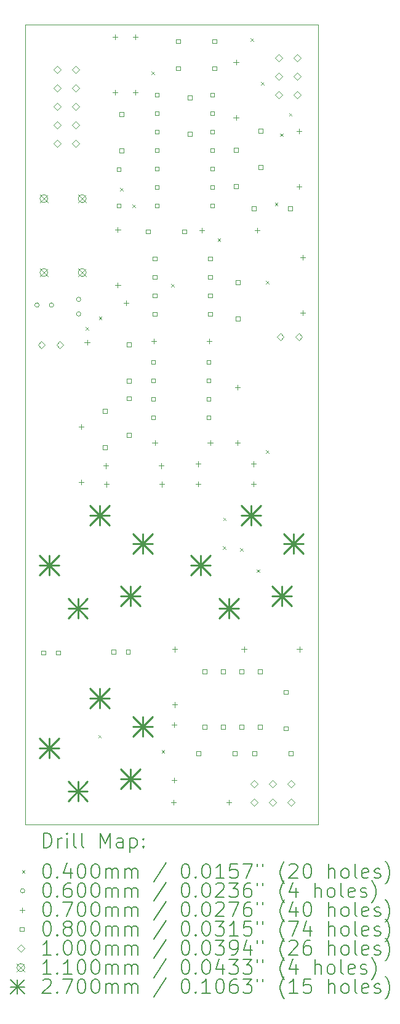
<source format=gbr>
%FSLAX45Y45*%
G04 Gerber Fmt 4.5, Leading zero omitted, Abs format (unit mm)*
G04 Created by KiCad (PCBNEW (6.0.1)) date 2023-06-21 18:57:01*
%MOMM*%
%LPD*%
G01*
G04 APERTURE LIST*
%TA.AperFunction,Profile*%
%ADD10C,0.100000*%
%TD*%
%ADD11C,0.200000*%
%ADD12C,0.040000*%
%ADD13C,0.060000*%
%ADD14C,0.070000*%
%ADD15C,0.080000*%
%ADD16C,0.100000*%
%ADD17C,0.110000*%
%ADD18C,0.270000*%
G04 APERTURE END LIST*
D10*
X9030000Y-5000000D02*
X9030000Y-16000000D01*
X5000000Y-16000000D02*
X5000000Y-5000000D01*
X5000000Y-5000000D02*
X9030000Y-5000000D01*
X9030000Y-16000000D02*
X5000000Y-16000000D01*
D11*
D12*
X5834000Y-9159000D02*
X5874000Y-9199000D01*
X5874000Y-9159000D02*
X5834000Y-9199000D01*
X6006000Y-14768000D02*
X6046000Y-14808000D01*
X6046000Y-14768000D02*
X6006000Y-14808000D01*
X6015000Y-9017000D02*
X6055000Y-9057000D01*
X6055000Y-9017000D02*
X6015000Y-9057000D01*
X6304600Y-7244400D02*
X6344600Y-7284400D01*
X6344600Y-7244400D02*
X6304600Y-7284400D01*
X6475000Y-7470000D02*
X6515000Y-7510000D01*
X6515000Y-7470000D02*
X6475000Y-7510000D01*
X6736400Y-5644200D02*
X6776400Y-5684200D01*
X6776400Y-5644200D02*
X6736400Y-5684200D01*
X6877000Y-14976000D02*
X6917000Y-15016000D01*
X6917000Y-14976000D02*
X6877000Y-15016000D01*
X7008000Y-8566000D02*
X7048000Y-8606000D01*
X7048000Y-8566000D02*
X7008000Y-8606000D01*
X7647000Y-7937000D02*
X7687000Y-7977000D01*
X7687000Y-7937000D02*
X7647000Y-7977000D01*
X7723000Y-12169000D02*
X7763000Y-12209000D01*
X7763000Y-12169000D02*
X7723000Y-12209000D01*
X7724000Y-11778000D02*
X7764000Y-11818000D01*
X7764000Y-11778000D02*
X7724000Y-11818000D01*
X7955600Y-12197400D02*
X7995600Y-12237400D01*
X7995600Y-12197400D02*
X7955600Y-12237400D01*
X8099000Y-5188000D02*
X8139000Y-5228000D01*
X8139000Y-5188000D02*
X8099000Y-5228000D01*
X8184200Y-12490000D02*
X8224200Y-12530000D01*
X8224200Y-12490000D02*
X8184200Y-12530000D01*
X8248000Y-5786000D02*
X8288000Y-5826000D01*
X8288000Y-5786000D02*
X8248000Y-5826000D01*
X8311200Y-10851200D02*
X8351200Y-10891200D01*
X8351200Y-10851200D02*
X8311200Y-10891200D01*
X8314000Y-8522000D02*
X8354000Y-8562000D01*
X8354000Y-8522000D02*
X8314000Y-8562000D01*
X8435000Y-7450000D02*
X8475000Y-7490000D01*
X8475000Y-7450000D02*
X8435000Y-7490000D01*
X8509000Y-6496000D02*
X8549000Y-6536000D01*
X8549000Y-6496000D02*
X8509000Y-6536000D01*
X8630000Y-6215000D02*
X8670000Y-6255000D01*
X8670000Y-6215000D02*
X8630000Y-6255000D01*
D13*
X5192260Y-8855000D02*
G75*
G03*
X5192260Y-8855000I-30000J0D01*
G01*
X5392260Y-8855000D02*
G75*
G03*
X5392260Y-8855000I-30000J0D01*
G01*
X5765000Y-8777740D02*
G75*
G03*
X5765000Y-8777740I-30000J0D01*
G01*
X5765000Y-8977740D02*
G75*
G03*
X5765000Y-8977740I-30000J0D01*
G01*
D14*
X5774000Y-10495000D02*
X5774000Y-10565000D01*
X5739000Y-10530000D02*
X5809000Y-10530000D01*
X5774000Y-11257000D02*
X5774000Y-11327000D01*
X5739000Y-11292000D02*
X5809000Y-11292000D01*
X5853092Y-9331908D02*
X5853092Y-9401908D01*
X5818092Y-9366908D02*
X5888092Y-9366908D01*
X6110000Y-11030000D02*
X6110000Y-11100000D01*
X6075000Y-11065000D02*
X6145000Y-11065000D01*
X6119000Y-11284000D02*
X6119000Y-11354000D01*
X6084000Y-11319000D02*
X6154000Y-11319000D01*
X6235000Y-5134000D02*
X6235000Y-5204000D01*
X6200000Y-5169000D02*
X6270000Y-5169000D01*
X6235000Y-5896000D02*
X6235000Y-5966000D01*
X6200000Y-5931000D02*
X6270000Y-5931000D01*
X6275000Y-7786500D02*
X6275000Y-7856500D01*
X6240000Y-7821500D02*
X6310000Y-7821500D01*
X6275000Y-8548500D02*
X6275000Y-8618500D01*
X6240000Y-8583500D02*
X6310000Y-8583500D01*
X6391908Y-8793092D02*
X6391908Y-8863092D01*
X6356908Y-8828092D02*
X6426908Y-8828092D01*
X6516000Y-5134000D02*
X6516000Y-5204000D01*
X6481000Y-5169000D02*
X6551000Y-5169000D01*
X6516000Y-5896000D02*
X6516000Y-5966000D01*
X6481000Y-5931000D02*
X6551000Y-5931000D01*
X6772000Y-9316000D02*
X6772000Y-9386000D01*
X6737000Y-9351000D02*
X6807000Y-9351000D01*
X6784000Y-10712500D02*
X6784000Y-10782500D01*
X6749000Y-10747500D02*
X6819000Y-10747500D01*
X6872000Y-11030000D02*
X6872000Y-11100000D01*
X6837000Y-11065000D02*
X6907000Y-11065000D01*
X6881000Y-11284000D02*
X6881000Y-11354000D01*
X6846000Y-11319000D02*
X6916000Y-11319000D01*
X7039000Y-15660000D02*
X7039000Y-15730000D01*
X7004000Y-15695000D02*
X7074000Y-15695000D01*
X7052500Y-14589000D02*
X7052500Y-14659000D01*
X7017500Y-14624000D02*
X7087500Y-14624000D01*
X7052500Y-15351000D02*
X7052500Y-15421000D01*
X7017500Y-15386000D02*
X7087500Y-15386000D01*
X7061200Y-13554000D02*
X7061200Y-13624000D01*
X7026200Y-13589000D02*
X7096200Y-13589000D01*
X7061200Y-14316000D02*
X7061200Y-14386000D01*
X7026200Y-14351000D02*
X7096200Y-14351000D01*
X7379000Y-11005000D02*
X7379000Y-11075000D01*
X7344000Y-11040000D02*
X7414000Y-11040000D01*
X7381500Y-11282500D02*
X7381500Y-11352500D01*
X7346500Y-11317500D02*
X7416500Y-11317500D01*
X7429000Y-7790000D02*
X7429000Y-7860000D01*
X7394000Y-7825000D02*
X7464000Y-7825000D01*
X7534000Y-9316000D02*
X7534000Y-9386000D01*
X7499000Y-9351000D02*
X7569000Y-9351000D01*
X7546000Y-10712500D02*
X7546000Y-10782500D01*
X7511000Y-10747500D02*
X7581000Y-10747500D01*
X7801000Y-15660000D02*
X7801000Y-15730000D01*
X7766000Y-15695000D02*
X7836000Y-15695000D01*
X7901000Y-5483500D02*
X7901000Y-5553500D01*
X7866000Y-5518500D02*
X7936000Y-5518500D01*
X7901000Y-6245500D02*
X7901000Y-6315500D01*
X7866000Y-6280500D02*
X7936000Y-6280500D01*
X7925000Y-9950000D02*
X7925000Y-10020000D01*
X7890000Y-9985000D02*
X7960000Y-9985000D01*
X7925000Y-10712000D02*
X7925000Y-10782000D01*
X7890000Y-10747000D02*
X7960000Y-10747000D01*
X8012000Y-13553000D02*
X8012000Y-13623000D01*
X7977000Y-13588000D02*
X8047000Y-13588000D01*
X8141000Y-11005000D02*
X8141000Y-11075000D01*
X8106000Y-11040000D02*
X8176000Y-11040000D01*
X8143500Y-11282500D02*
X8143500Y-11352500D01*
X8108500Y-11317500D02*
X8178500Y-11317500D01*
X8191000Y-7790000D02*
X8191000Y-7860000D01*
X8156000Y-7825000D02*
X8226000Y-7825000D01*
X8767500Y-6429000D02*
X8767500Y-6499000D01*
X8732500Y-6464000D02*
X8802500Y-6464000D01*
X8767500Y-7191000D02*
X8767500Y-7261000D01*
X8732500Y-7226000D02*
X8802500Y-7226000D01*
X8774000Y-13553000D02*
X8774000Y-13623000D01*
X8739000Y-13588000D02*
X8809000Y-13588000D01*
X8817500Y-8164000D02*
X8817500Y-8234000D01*
X8782500Y-8199000D02*
X8852500Y-8199000D01*
X8817500Y-8926000D02*
X8817500Y-8996000D01*
X8782500Y-8961000D02*
X8852500Y-8961000D01*
D15*
X5280273Y-13663284D02*
X5280273Y-13606715D01*
X5223704Y-13606715D01*
X5223704Y-13663284D01*
X5280273Y-13663284D01*
X5480273Y-13663284D02*
X5480273Y-13606715D01*
X5423704Y-13606715D01*
X5423704Y-13663284D01*
X5480273Y-13663284D01*
X6126284Y-10340285D02*
X6126284Y-10283716D01*
X6069715Y-10283716D01*
X6069715Y-10340285D01*
X6126284Y-10340285D01*
X6126284Y-10840285D02*
X6126284Y-10783716D01*
X6069715Y-10783716D01*
X6069715Y-10840285D01*
X6126284Y-10840285D01*
X6242773Y-13653284D02*
X6242773Y-13596715D01*
X6186204Y-13596715D01*
X6186204Y-13653284D01*
X6242773Y-13653284D01*
X6315784Y-7018284D02*
X6315784Y-6961715D01*
X6259215Y-6961715D01*
X6259215Y-7018284D01*
X6315784Y-7018284D01*
X6315784Y-7518284D02*
X6315784Y-7461715D01*
X6259215Y-7461715D01*
X6259215Y-7518284D01*
X6315784Y-7518284D01*
X6353284Y-6258284D02*
X6353284Y-6201715D01*
X6296715Y-6201715D01*
X6296715Y-6258284D01*
X6353284Y-6258284D01*
X6353284Y-6758284D02*
X6353284Y-6701715D01*
X6296715Y-6701715D01*
X6296715Y-6758284D01*
X6353284Y-6758284D01*
X6442773Y-13653284D02*
X6442773Y-13596715D01*
X6386204Y-13596715D01*
X6386204Y-13653284D01*
X6442773Y-13653284D01*
X6458284Y-9425785D02*
X6458284Y-9369216D01*
X6401715Y-9369216D01*
X6401715Y-9425785D01*
X6458284Y-9425785D01*
X6458284Y-9925785D02*
X6458284Y-9869216D01*
X6401715Y-9869216D01*
X6401715Y-9925785D01*
X6458284Y-9925785D01*
X6458284Y-10168285D02*
X6458284Y-10111716D01*
X6401715Y-10111716D01*
X6401715Y-10168285D01*
X6458284Y-10168285D01*
X6458284Y-10668285D02*
X6458284Y-10611716D01*
X6401715Y-10611716D01*
X6401715Y-10668285D01*
X6458284Y-10668285D01*
X6717284Y-7872284D02*
X6717284Y-7815715D01*
X6660715Y-7815715D01*
X6660715Y-7872284D01*
X6717284Y-7872284D01*
X6791284Y-9668285D02*
X6791284Y-9611716D01*
X6734715Y-9611716D01*
X6734715Y-9668285D01*
X6791284Y-9668285D01*
X6791284Y-9922285D02*
X6791284Y-9865716D01*
X6734715Y-9865716D01*
X6734715Y-9922285D01*
X6791284Y-9922285D01*
X6791284Y-10176285D02*
X6791284Y-10119716D01*
X6734715Y-10119716D01*
X6734715Y-10176285D01*
X6791284Y-10176285D01*
X6791284Y-10430285D02*
X6791284Y-10373716D01*
X6734715Y-10373716D01*
X6734715Y-10430285D01*
X6791284Y-10430285D01*
X6813784Y-8245784D02*
X6813784Y-8189215D01*
X6757215Y-8189215D01*
X6757215Y-8245784D01*
X6813784Y-8245784D01*
X6813784Y-8499785D02*
X6813784Y-8443216D01*
X6757215Y-8443216D01*
X6757215Y-8499785D01*
X6813784Y-8499785D01*
X6813784Y-8753785D02*
X6813784Y-8697216D01*
X6757215Y-8697216D01*
X6757215Y-8753785D01*
X6813784Y-8753785D01*
X6813784Y-9007785D02*
X6813784Y-8951216D01*
X6757215Y-8951216D01*
X6757215Y-9007785D01*
X6813784Y-9007785D01*
X6842284Y-5992784D02*
X6842284Y-5936215D01*
X6785715Y-5936215D01*
X6785715Y-5992784D01*
X6842284Y-5992784D01*
X6842284Y-6246784D02*
X6842284Y-6190215D01*
X6785715Y-6190215D01*
X6785715Y-6246784D01*
X6842284Y-6246784D01*
X6842284Y-6500784D02*
X6842284Y-6444215D01*
X6785715Y-6444215D01*
X6785715Y-6500784D01*
X6842284Y-6500784D01*
X6842284Y-6754784D02*
X6842284Y-6698215D01*
X6785715Y-6698215D01*
X6785715Y-6754784D01*
X6842284Y-6754784D01*
X6842284Y-7008784D02*
X6842284Y-6952215D01*
X6785715Y-6952215D01*
X6785715Y-7008784D01*
X6842284Y-7008784D01*
X6842284Y-7262784D02*
X6842284Y-7206215D01*
X6785715Y-7206215D01*
X6785715Y-7262784D01*
X6842284Y-7262784D01*
X6842284Y-7516784D02*
X6842284Y-7460215D01*
X6785715Y-7460215D01*
X6785715Y-7516784D01*
X6842284Y-7516784D01*
X7134284Y-5257785D02*
X7134284Y-5201216D01*
X7077715Y-5201216D01*
X7077715Y-5257785D01*
X7134284Y-5257785D01*
X7134284Y-5627784D02*
X7134284Y-5571216D01*
X7077715Y-5571216D01*
X7077715Y-5627784D01*
X7134284Y-5627784D01*
X7217284Y-7872284D02*
X7217284Y-7815715D01*
X7160715Y-7815715D01*
X7160715Y-7872284D01*
X7217284Y-7872284D01*
X7292684Y-6030284D02*
X7292684Y-5973715D01*
X7236115Y-5973715D01*
X7236115Y-6030284D01*
X7292684Y-6030284D01*
X7292684Y-6530284D02*
X7292684Y-6473715D01*
X7236115Y-6473715D01*
X7236115Y-6530284D01*
X7292684Y-6530284D01*
X7410784Y-15045784D02*
X7410784Y-14989215D01*
X7354215Y-14989215D01*
X7354215Y-15045784D01*
X7410784Y-15045784D01*
X7496884Y-13923084D02*
X7496884Y-13866515D01*
X7440315Y-13866515D01*
X7440315Y-13923084D01*
X7496884Y-13923084D01*
X7496884Y-14685084D02*
X7496884Y-14628515D01*
X7440315Y-14628515D01*
X7440315Y-14685084D01*
X7496884Y-14685084D01*
X7553284Y-9668285D02*
X7553284Y-9611716D01*
X7496715Y-9611716D01*
X7496715Y-9668285D01*
X7553284Y-9668285D01*
X7553284Y-9922285D02*
X7553284Y-9865716D01*
X7496715Y-9865716D01*
X7496715Y-9922285D01*
X7553284Y-9922285D01*
X7553284Y-10176285D02*
X7553284Y-10119716D01*
X7496715Y-10119716D01*
X7496715Y-10176285D01*
X7553284Y-10176285D01*
X7553284Y-10430285D02*
X7553284Y-10373716D01*
X7496715Y-10373716D01*
X7496715Y-10430285D01*
X7553284Y-10430285D01*
X7575784Y-8245784D02*
X7575784Y-8189215D01*
X7519215Y-8189215D01*
X7519215Y-8245784D01*
X7575784Y-8245784D01*
X7575784Y-8499785D02*
X7575784Y-8443216D01*
X7519215Y-8443216D01*
X7519215Y-8499785D01*
X7575784Y-8499785D01*
X7575784Y-8753785D02*
X7575784Y-8697216D01*
X7519215Y-8697216D01*
X7519215Y-8753785D01*
X7575784Y-8753785D01*
X7575784Y-9007785D02*
X7575784Y-8951216D01*
X7519215Y-8951216D01*
X7519215Y-9007785D01*
X7575784Y-9007785D01*
X7604284Y-5992784D02*
X7604284Y-5936215D01*
X7547715Y-5936215D01*
X7547715Y-5992784D01*
X7604284Y-5992784D01*
X7604284Y-6246784D02*
X7604284Y-6190215D01*
X7547715Y-6190215D01*
X7547715Y-6246784D01*
X7604284Y-6246784D01*
X7604284Y-6500784D02*
X7604284Y-6444215D01*
X7547715Y-6444215D01*
X7547715Y-6500784D01*
X7604284Y-6500784D01*
X7604284Y-6754784D02*
X7604284Y-6698215D01*
X7547715Y-6698215D01*
X7547715Y-6754784D01*
X7604284Y-6754784D01*
X7604284Y-7008784D02*
X7604284Y-6952215D01*
X7547715Y-6952215D01*
X7547715Y-7008784D01*
X7604284Y-7008784D01*
X7604284Y-7262784D02*
X7604284Y-7206215D01*
X7547715Y-7206215D01*
X7547715Y-7262784D01*
X7604284Y-7262784D01*
X7604284Y-7516784D02*
X7604284Y-7460215D01*
X7547715Y-7460215D01*
X7547715Y-7516784D01*
X7604284Y-7516784D01*
X7634284Y-5257785D02*
X7634284Y-5201216D01*
X7577715Y-5201216D01*
X7577715Y-5257785D01*
X7634284Y-5257785D01*
X7634284Y-5627784D02*
X7634284Y-5571216D01*
X7577715Y-5571216D01*
X7577715Y-5627784D01*
X7634284Y-5627784D01*
X7750884Y-13923084D02*
X7750884Y-13866515D01*
X7694315Y-13866515D01*
X7694315Y-13923084D01*
X7750884Y-13923084D01*
X7750884Y-14685084D02*
X7750884Y-14628515D01*
X7694315Y-14628515D01*
X7694315Y-14685084D01*
X7750884Y-14685084D01*
X7910784Y-15045784D02*
X7910784Y-14989215D01*
X7854215Y-14989215D01*
X7854215Y-15045784D01*
X7910784Y-15045784D01*
X7931784Y-6750284D02*
X7931784Y-6693715D01*
X7875215Y-6693715D01*
X7875215Y-6750284D01*
X7931784Y-6750284D01*
X7931784Y-7250284D02*
X7931784Y-7193715D01*
X7875215Y-7193715D01*
X7875215Y-7250284D01*
X7931784Y-7250284D01*
X7956284Y-8572285D02*
X7956284Y-8515716D01*
X7899715Y-8515716D01*
X7899715Y-8572285D01*
X7956284Y-8572285D01*
X7956284Y-9072285D02*
X7956284Y-9015716D01*
X7899715Y-9015716D01*
X7899715Y-9072285D01*
X7956284Y-9072285D01*
X8004884Y-13923084D02*
X8004884Y-13866515D01*
X7948315Y-13866515D01*
X7948315Y-13923084D01*
X8004884Y-13923084D01*
X8004884Y-14685084D02*
X8004884Y-14628515D01*
X7948315Y-14628515D01*
X7948315Y-14685084D01*
X8004884Y-14685084D01*
X8174284Y-7552784D02*
X8174284Y-7496215D01*
X8117715Y-7496215D01*
X8117715Y-7552784D01*
X8174284Y-7552784D01*
X8180784Y-15045784D02*
X8180784Y-14989215D01*
X8124215Y-14989215D01*
X8124215Y-15045784D01*
X8180784Y-15045784D01*
X8258884Y-13923084D02*
X8258884Y-13866515D01*
X8202315Y-13866515D01*
X8202315Y-13923084D01*
X8258884Y-13923084D01*
X8258884Y-14685084D02*
X8258884Y-14628515D01*
X8202315Y-14628515D01*
X8202315Y-14685084D01*
X8258884Y-14685084D01*
X8269284Y-6490284D02*
X8269284Y-6433715D01*
X8212715Y-6433715D01*
X8212715Y-6490284D01*
X8269284Y-6490284D01*
X8269284Y-6990284D02*
X8269284Y-6933715D01*
X8212715Y-6933715D01*
X8212715Y-6990284D01*
X8269284Y-6990284D01*
X8613485Y-14205484D02*
X8613485Y-14148915D01*
X8556916Y-14148915D01*
X8556916Y-14205484D01*
X8613485Y-14205484D01*
X8613485Y-14705484D02*
X8613485Y-14648915D01*
X8556916Y-14648915D01*
X8556916Y-14705484D01*
X8613485Y-14705484D01*
X8674285Y-7552784D02*
X8674285Y-7496215D01*
X8617716Y-7496215D01*
X8617716Y-7552784D01*
X8674285Y-7552784D01*
X8680785Y-15045784D02*
X8680785Y-14989215D01*
X8624216Y-14989215D01*
X8624216Y-15045784D01*
X8680785Y-15045784D01*
D16*
X5225000Y-9455000D02*
X5275000Y-9405000D01*
X5225000Y-9355000D01*
X5175000Y-9405000D01*
X5225000Y-9455000D01*
X5439750Y-5667000D02*
X5489750Y-5617000D01*
X5439750Y-5567000D01*
X5389750Y-5617000D01*
X5439750Y-5667000D01*
X5439750Y-5921000D02*
X5489750Y-5871000D01*
X5439750Y-5821000D01*
X5389750Y-5871000D01*
X5439750Y-5921000D01*
X5439750Y-6175000D02*
X5489750Y-6125000D01*
X5439750Y-6075000D01*
X5389750Y-6125000D01*
X5439750Y-6175000D01*
X5439750Y-6429000D02*
X5489750Y-6379000D01*
X5439750Y-6329000D01*
X5389750Y-6379000D01*
X5439750Y-6429000D01*
X5439750Y-6683000D02*
X5489750Y-6633000D01*
X5439750Y-6583000D01*
X5389750Y-6633000D01*
X5439750Y-6683000D01*
X5479000Y-9455000D02*
X5529000Y-9405000D01*
X5479000Y-9355000D01*
X5429000Y-9405000D01*
X5479000Y-9455000D01*
X5693750Y-5667000D02*
X5743750Y-5617000D01*
X5693750Y-5567000D01*
X5643750Y-5617000D01*
X5693750Y-5667000D01*
X5693750Y-5921000D02*
X5743750Y-5871000D01*
X5693750Y-5821000D01*
X5643750Y-5871000D01*
X5693750Y-5921000D01*
X5693750Y-6175000D02*
X5743750Y-6125000D01*
X5693750Y-6075000D01*
X5643750Y-6125000D01*
X5693750Y-6175000D01*
X5693750Y-6429000D02*
X5743750Y-6379000D01*
X5693750Y-6329000D01*
X5643750Y-6379000D01*
X5693750Y-6429000D01*
X5693750Y-6683000D02*
X5743750Y-6633000D01*
X5693750Y-6583000D01*
X5643750Y-6633000D01*
X5693750Y-6683000D01*
X8152500Y-15486000D02*
X8202500Y-15436000D01*
X8152500Y-15386000D01*
X8102500Y-15436000D01*
X8152500Y-15486000D01*
X8152500Y-15740000D02*
X8202500Y-15690000D01*
X8152500Y-15640000D01*
X8102500Y-15690000D01*
X8152500Y-15740000D01*
X8406500Y-15486000D02*
X8456500Y-15436000D01*
X8406500Y-15386000D01*
X8356500Y-15436000D01*
X8406500Y-15486000D01*
X8406500Y-15740000D02*
X8456500Y-15690000D01*
X8406500Y-15640000D01*
X8356500Y-15690000D01*
X8406500Y-15740000D01*
X8487500Y-5505000D02*
X8537500Y-5455000D01*
X8487500Y-5405000D01*
X8437500Y-5455000D01*
X8487500Y-5505000D01*
X8487500Y-5759000D02*
X8537500Y-5709000D01*
X8487500Y-5659000D01*
X8437500Y-5709000D01*
X8487500Y-5759000D01*
X8487500Y-6013000D02*
X8537500Y-5963000D01*
X8487500Y-5913000D01*
X8437500Y-5963000D01*
X8487500Y-6013000D01*
X8511000Y-9340000D02*
X8561000Y-9290000D01*
X8511000Y-9240000D01*
X8461000Y-9290000D01*
X8511000Y-9340000D01*
X8660500Y-15486000D02*
X8710500Y-15436000D01*
X8660500Y-15386000D01*
X8610500Y-15436000D01*
X8660500Y-15486000D01*
X8660500Y-15740000D02*
X8710500Y-15690000D01*
X8660500Y-15640000D01*
X8610500Y-15690000D01*
X8660500Y-15740000D01*
X8741500Y-5505000D02*
X8791500Y-5455000D01*
X8741500Y-5405000D01*
X8691500Y-5455000D01*
X8741500Y-5505000D01*
X8741500Y-5759000D02*
X8791500Y-5709000D01*
X8741500Y-5659000D01*
X8691500Y-5709000D01*
X8741500Y-5759000D01*
X8741500Y-6013000D02*
X8791500Y-5963000D01*
X8741500Y-5913000D01*
X8691500Y-5963000D01*
X8741500Y-6013000D01*
X8765000Y-9340000D02*
X8815000Y-9290000D01*
X8765000Y-9240000D01*
X8715000Y-9290000D01*
X8765000Y-9340000D01*
D17*
X5202500Y-7337000D02*
X5312500Y-7447000D01*
X5312500Y-7337000D02*
X5202500Y-7447000D01*
X5312500Y-7392000D02*
G75*
G03*
X5312500Y-7392000I-55000J0D01*
G01*
X5202500Y-8353000D02*
X5312500Y-8463000D01*
X5312500Y-8353000D02*
X5202500Y-8463000D01*
X5312500Y-8408000D02*
G75*
G03*
X5312500Y-8408000I-55000J0D01*
G01*
X5730000Y-7337000D02*
X5840000Y-7447000D01*
X5840000Y-7337000D02*
X5730000Y-7447000D01*
X5840000Y-7392000D02*
G75*
G03*
X5840000Y-7392000I-55000J0D01*
G01*
X5730000Y-8353000D02*
X5840000Y-8463000D01*
X5840000Y-8353000D02*
X5730000Y-8463000D01*
X5840000Y-8408000D02*
G75*
G03*
X5840000Y-8408000I-55000J0D01*
G01*
D18*
X5200000Y-12300000D02*
X5470000Y-12570000D01*
X5470000Y-12300000D02*
X5200000Y-12570000D01*
X5335000Y-12300000D02*
X5335000Y-12570000D01*
X5200000Y-12435000D02*
X5470000Y-12435000D01*
X5200000Y-14815000D02*
X5470000Y-15085000D01*
X5470000Y-14815000D02*
X5200000Y-15085000D01*
X5335000Y-14815000D02*
X5335000Y-15085000D01*
X5200000Y-14950000D02*
X5470000Y-14950000D01*
X5590000Y-12890000D02*
X5860000Y-13160000D01*
X5860000Y-12890000D02*
X5590000Y-13160000D01*
X5725000Y-12890000D02*
X5725000Y-13160000D01*
X5590000Y-13025000D02*
X5860000Y-13025000D01*
X5590000Y-15405000D02*
X5860000Y-15675000D01*
X5860000Y-15405000D02*
X5590000Y-15675000D01*
X5725000Y-15405000D02*
X5725000Y-15675000D01*
X5590000Y-15540000D02*
X5860000Y-15540000D01*
X5890000Y-11610000D02*
X6160000Y-11880000D01*
X6160000Y-11610000D02*
X5890000Y-11880000D01*
X6025000Y-11610000D02*
X6025000Y-11880000D01*
X5890000Y-11745000D02*
X6160000Y-11745000D01*
X5890000Y-14125000D02*
X6160000Y-14395000D01*
X6160000Y-14125000D02*
X5890000Y-14395000D01*
X6025000Y-14125000D02*
X6025000Y-14395000D01*
X5890000Y-14260000D02*
X6160000Y-14260000D01*
X6314000Y-12724000D02*
X6584000Y-12994000D01*
X6584000Y-12724000D02*
X6314000Y-12994000D01*
X6449000Y-12724000D02*
X6449000Y-12994000D01*
X6314000Y-12859000D02*
X6584000Y-12859000D01*
X6314000Y-15239000D02*
X6584000Y-15509000D01*
X6584000Y-15239000D02*
X6314000Y-15509000D01*
X6449000Y-15239000D02*
X6449000Y-15509000D01*
X6314000Y-15374000D02*
X6584000Y-15374000D01*
X6480000Y-12000000D02*
X6750000Y-12270000D01*
X6750000Y-12000000D02*
X6480000Y-12270000D01*
X6615000Y-12000000D02*
X6615000Y-12270000D01*
X6480000Y-12135000D02*
X6750000Y-12135000D01*
X6480000Y-14515000D02*
X6750000Y-14785000D01*
X6750000Y-14515000D02*
X6480000Y-14785000D01*
X6615000Y-14515000D02*
X6615000Y-14785000D01*
X6480000Y-14650000D02*
X6750000Y-14650000D01*
X7280000Y-12300000D02*
X7550000Y-12570000D01*
X7550000Y-12300000D02*
X7280000Y-12570000D01*
X7415000Y-12300000D02*
X7415000Y-12570000D01*
X7280000Y-12435000D02*
X7550000Y-12435000D01*
X7670000Y-12890000D02*
X7940000Y-13160000D01*
X7940000Y-12890000D02*
X7670000Y-13160000D01*
X7805000Y-12890000D02*
X7805000Y-13160000D01*
X7670000Y-13025000D02*
X7940000Y-13025000D01*
X7970000Y-11610000D02*
X8240000Y-11880000D01*
X8240000Y-11610000D02*
X7970000Y-11880000D01*
X8105000Y-11610000D02*
X8105000Y-11880000D01*
X7970000Y-11745000D02*
X8240000Y-11745000D01*
X8394000Y-12724000D02*
X8664000Y-12994000D01*
X8664000Y-12724000D02*
X8394000Y-12994000D01*
X8529000Y-12724000D02*
X8529000Y-12994000D01*
X8394000Y-12859000D02*
X8664000Y-12859000D01*
X8560000Y-12000000D02*
X8830000Y-12270000D01*
X8830000Y-12000000D02*
X8560000Y-12270000D01*
X8695000Y-12000000D02*
X8695000Y-12270000D01*
X8560000Y-12135000D02*
X8830000Y-12135000D01*
D11*
X5252619Y-16315476D02*
X5252619Y-16115476D01*
X5300238Y-16115476D01*
X5328810Y-16125000D01*
X5347857Y-16144048D01*
X5357381Y-16163095D01*
X5366905Y-16201190D01*
X5366905Y-16229762D01*
X5357381Y-16267857D01*
X5347857Y-16286905D01*
X5328810Y-16305952D01*
X5300238Y-16315476D01*
X5252619Y-16315476D01*
X5452619Y-16315476D02*
X5452619Y-16182143D01*
X5452619Y-16220238D02*
X5462143Y-16201190D01*
X5471667Y-16191667D01*
X5490714Y-16182143D01*
X5509762Y-16182143D01*
X5576429Y-16315476D02*
X5576429Y-16182143D01*
X5576429Y-16115476D02*
X5566905Y-16125000D01*
X5576429Y-16134524D01*
X5585952Y-16125000D01*
X5576429Y-16115476D01*
X5576429Y-16134524D01*
X5700238Y-16315476D02*
X5681190Y-16305952D01*
X5671667Y-16286905D01*
X5671667Y-16115476D01*
X5805000Y-16315476D02*
X5785952Y-16305952D01*
X5776428Y-16286905D01*
X5776428Y-16115476D01*
X6033571Y-16315476D02*
X6033571Y-16115476D01*
X6100238Y-16258333D01*
X6166905Y-16115476D01*
X6166905Y-16315476D01*
X6347857Y-16315476D02*
X6347857Y-16210714D01*
X6338333Y-16191667D01*
X6319286Y-16182143D01*
X6281190Y-16182143D01*
X6262143Y-16191667D01*
X6347857Y-16305952D02*
X6328809Y-16315476D01*
X6281190Y-16315476D01*
X6262143Y-16305952D01*
X6252619Y-16286905D01*
X6252619Y-16267857D01*
X6262143Y-16248809D01*
X6281190Y-16239286D01*
X6328809Y-16239286D01*
X6347857Y-16229762D01*
X6443095Y-16182143D02*
X6443095Y-16382143D01*
X6443095Y-16191667D02*
X6462143Y-16182143D01*
X6500238Y-16182143D01*
X6519286Y-16191667D01*
X6528809Y-16201190D01*
X6538333Y-16220238D01*
X6538333Y-16277381D01*
X6528809Y-16296428D01*
X6519286Y-16305952D01*
X6500238Y-16315476D01*
X6462143Y-16315476D01*
X6443095Y-16305952D01*
X6624048Y-16296428D02*
X6633571Y-16305952D01*
X6624048Y-16315476D01*
X6614524Y-16305952D01*
X6624048Y-16296428D01*
X6624048Y-16315476D01*
X6624048Y-16191667D02*
X6633571Y-16201190D01*
X6624048Y-16210714D01*
X6614524Y-16201190D01*
X6624048Y-16191667D01*
X6624048Y-16210714D01*
D12*
X4955000Y-16625000D02*
X4995000Y-16665000D01*
X4995000Y-16625000D02*
X4955000Y-16665000D01*
D11*
X5290714Y-16535476D02*
X5309762Y-16535476D01*
X5328810Y-16545000D01*
X5338333Y-16554524D01*
X5347857Y-16573571D01*
X5357381Y-16611667D01*
X5357381Y-16659286D01*
X5347857Y-16697381D01*
X5338333Y-16716428D01*
X5328810Y-16725952D01*
X5309762Y-16735476D01*
X5290714Y-16735476D01*
X5271667Y-16725952D01*
X5262143Y-16716428D01*
X5252619Y-16697381D01*
X5243095Y-16659286D01*
X5243095Y-16611667D01*
X5252619Y-16573571D01*
X5262143Y-16554524D01*
X5271667Y-16545000D01*
X5290714Y-16535476D01*
X5443095Y-16716428D02*
X5452619Y-16725952D01*
X5443095Y-16735476D01*
X5433571Y-16725952D01*
X5443095Y-16716428D01*
X5443095Y-16735476D01*
X5624048Y-16602143D02*
X5624048Y-16735476D01*
X5576429Y-16525952D02*
X5528810Y-16668809D01*
X5652619Y-16668809D01*
X5766905Y-16535476D02*
X5785952Y-16535476D01*
X5805000Y-16545000D01*
X5814524Y-16554524D01*
X5824048Y-16573571D01*
X5833571Y-16611667D01*
X5833571Y-16659286D01*
X5824048Y-16697381D01*
X5814524Y-16716428D01*
X5805000Y-16725952D01*
X5785952Y-16735476D01*
X5766905Y-16735476D01*
X5747857Y-16725952D01*
X5738333Y-16716428D01*
X5728809Y-16697381D01*
X5719286Y-16659286D01*
X5719286Y-16611667D01*
X5728809Y-16573571D01*
X5738333Y-16554524D01*
X5747857Y-16545000D01*
X5766905Y-16535476D01*
X5957381Y-16535476D02*
X5976428Y-16535476D01*
X5995476Y-16545000D01*
X6005000Y-16554524D01*
X6014524Y-16573571D01*
X6024048Y-16611667D01*
X6024048Y-16659286D01*
X6014524Y-16697381D01*
X6005000Y-16716428D01*
X5995476Y-16725952D01*
X5976428Y-16735476D01*
X5957381Y-16735476D01*
X5938333Y-16725952D01*
X5928809Y-16716428D01*
X5919286Y-16697381D01*
X5909762Y-16659286D01*
X5909762Y-16611667D01*
X5919286Y-16573571D01*
X5928809Y-16554524D01*
X5938333Y-16545000D01*
X5957381Y-16535476D01*
X6109762Y-16735476D02*
X6109762Y-16602143D01*
X6109762Y-16621190D02*
X6119286Y-16611667D01*
X6138333Y-16602143D01*
X6166905Y-16602143D01*
X6185952Y-16611667D01*
X6195476Y-16630714D01*
X6195476Y-16735476D01*
X6195476Y-16630714D02*
X6205000Y-16611667D01*
X6224048Y-16602143D01*
X6252619Y-16602143D01*
X6271667Y-16611667D01*
X6281190Y-16630714D01*
X6281190Y-16735476D01*
X6376428Y-16735476D02*
X6376428Y-16602143D01*
X6376428Y-16621190D02*
X6385952Y-16611667D01*
X6405000Y-16602143D01*
X6433571Y-16602143D01*
X6452619Y-16611667D01*
X6462143Y-16630714D01*
X6462143Y-16735476D01*
X6462143Y-16630714D02*
X6471667Y-16611667D01*
X6490714Y-16602143D01*
X6519286Y-16602143D01*
X6538333Y-16611667D01*
X6547857Y-16630714D01*
X6547857Y-16735476D01*
X6938333Y-16525952D02*
X6766905Y-16783095D01*
X7195476Y-16535476D02*
X7214524Y-16535476D01*
X7233571Y-16545000D01*
X7243095Y-16554524D01*
X7252619Y-16573571D01*
X7262143Y-16611667D01*
X7262143Y-16659286D01*
X7252619Y-16697381D01*
X7243095Y-16716428D01*
X7233571Y-16725952D01*
X7214524Y-16735476D01*
X7195476Y-16735476D01*
X7176428Y-16725952D01*
X7166905Y-16716428D01*
X7157381Y-16697381D01*
X7147857Y-16659286D01*
X7147857Y-16611667D01*
X7157381Y-16573571D01*
X7166905Y-16554524D01*
X7176428Y-16545000D01*
X7195476Y-16535476D01*
X7347857Y-16716428D02*
X7357381Y-16725952D01*
X7347857Y-16735476D01*
X7338333Y-16725952D01*
X7347857Y-16716428D01*
X7347857Y-16735476D01*
X7481190Y-16535476D02*
X7500238Y-16535476D01*
X7519286Y-16545000D01*
X7528809Y-16554524D01*
X7538333Y-16573571D01*
X7547857Y-16611667D01*
X7547857Y-16659286D01*
X7538333Y-16697381D01*
X7528809Y-16716428D01*
X7519286Y-16725952D01*
X7500238Y-16735476D01*
X7481190Y-16735476D01*
X7462143Y-16725952D01*
X7452619Y-16716428D01*
X7443095Y-16697381D01*
X7433571Y-16659286D01*
X7433571Y-16611667D01*
X7443095Y-16573571D01*
X7452619Y-16554524D01*
X7462143Y-16545000D01*
X7481190Y-16535476D01*
X7738333Y-16735476D02*
X7624048Y-16735476D01*
X7681190Y-16735476D02*
X7681190Y-16535476D01*
X7662143Y-16564048D01*
X7643095Y-16583095D01*
X7624048Y-16592619D01*
X7919286Y-16535476D02*
X7824048Y-16535476D01*
X7814524Y-16630714D01*
X7824048Y-16621190D01*
X7843095Y-16611667D01*
X7890714Y-16611667D01*
X7909762Y-16621190D01*
X7919286Y-16630714D01*
X7928809Y-16649762D01*
X7928809Y-16697381D01*
X7919286Y-16716428D01*
X7909762Y-16725952D01*
X7890714Y-16735476D01*
X7843095Y-16735476D01*
X7824048Y-16725952D01*
X7814524Y-16716428D01*
X7995476Y-16535476D02*
X8128809Y-16535476D01*
X8043095Y-16735476D01*
X8195476Y-16535476D02*
X8195476Y-16573571D01*
X8271667Y-16535476D02*
X8271667Y-16573571D01*
X8566905Y-16811667D02*
X8557381Y-16802143D01*
X8538333Y-16773571D01*
X8528810Y-16754524D01*
X8519286Y-16725952D01*
X8509762Y-16678333D01*
X8509762Y-16640238D01*
X8519286Y-16592619D01*
X8528810Y-16564048D01*
X8538333Y-16545000D01*
X8557381Y-16516428D01*
X8566905Y-16506905D01*
X8633571Y-16554524D02*
X8643095Y-16545000D01*
X8662143Y-16535476D01*
X8709762Y-16535476D01*
X8728810Y-16545000D01*
X8738333Y-16554524D01*
X8747857Y-16573571D01*
X8747857Y-16592619D01*
X8738333Y-16621190D01*
X8624048Y-16735476D01*
X8747857Y-16735476D01*
X8871667Y-16535476D02*
X8890714Y-16535476D01*
X8909762Y-16545000D01*
X8919286Y-16554524D01*
X8928810Y-16573571D01*
X8938333Y-16611667D01*
X8938333Y-16659286D01*
X8928810Y-16697381D01*
X8919286Y-16716428D01*
X8909762Y-16725952D01*
X8890714Y-16735476D01*
X8871667Y-16735476D01*
X8852619Y-16725952D01*
X8843095Y-16716428D01*
X8833571Y-16697381D01*
X8824048Y-16659286D01*
X8824048Y-16611667D01*
X8833571Y-16573571D01*
X8843095Y-16554524D01*
X8852619Y-16545000D01*
X8871667Y-16535476D01*
X9176429Y-16735476D02*
X9176429Y-16535476D01*
X9262143Y-16735476D02*
X9262143Y-16630714D01*
X9252619Y-16611667D01*
X9233571Y-16602143D01*
X9205000Y-16602143D01*
X9185952Y-16611667D01*
X9176429Y-16621190D01*
X9385952Y-16735476D02*
X9366905Y-16725952D01*
X9357381Y-16716428D01*
X9347857Y-16697381D01*
X9347857Y-16640238D01*
X9357381Y-16621190D01*
X9366905Y-16611667D01*
X9385952Y-16602143D01*
X9414524Y-16602143D01*
X9433571Y-16611667D01*
X9443095Y-16621190D01*
X9452619Y-16640238D01*
X9452619Y-16697381D01*
X9443095Y-16716428D01*
X9433571Y-16725952D01*
X9414524Y-16735476D01*
X9385952Y-16735476D01*
X9566905Y-16735476D02*
X9547857Y-16725952D01*
X9538333Y-16706905D01*
X9538333Y-16535476D01*
X9719286Y-16725952D02*
X9700238Y-16735476D01*
X9662143Y-16735476D01*
X9643095Y-16725952D01*
X9633571Y-16706905D01*
X9633571Y-16630714D01*
X9643095Y-16611667D01*
X9662143Y-16602143D01*
X9700238Y-16602143D01*
X9719286Y-16611667D01*
X9728810Y-16630714D01*
X9728810Y-16649762D01*
X9633571Y-16668809D01*
X9805000Y-16725952D02*
X9824048Y-16735476D01*
X9862143Y-16735476D01*
X9881190Y-16725952D01*
X9890714Y-16706905D01*
X9890714Y-16697381D01*
X9881190Y-16678333D01*
X9862143Y-16668809D01*
X9833571Y-16668809D01*
X9814524Y-16659286D01*
X9805000Y-16640238D01*
X9805000Y-16630714D01*
X9814524Y-16611667D01*
X9833571Y-16602143D01*
X9862143Y-16602143D01*
X9881190Y-16611667D01*
X9957381Y-16811667D02*
X9966905Y-16802143D01*
X9985952Y-16773571D01*
X9995476Y-16754524D01*
X10005000Y-16725952D01*
X10014524Y-16678333D01*
X10014524Y-16640238D01*
X10005000Y-16592619D01*
X9995476Y-16564048D01*
X9985952Y-16545000D01*
X9966905Y-16516428D01*
X9957381Y-16506905D01*
D13*
X4995000Y-16909000D02*
G75*
G03*
X4995000Y-16909000I-30000J0D01*
G01*
D11*
X5290714Y-16799476D02*
X5309762Y-16799476D01*
X5328810Y-16809000D01*
X5338333Y-16818524D01*
X5347857Y-16837571D01*
X5357381Y-16875667D01*
X5357381Y-16923286D01*
X5347857Y-16961381D01*
X5338333Y-16980429D01*
X5328810Y-16989952D01*
X5309762Y-16999476D01*
X5290714Y-16999476D01*
X5271667Y-16989952D01*
X5262143Y-16980429D01*
X5252619Y-16961381D01*
X5243095Y-16923286D01*
X5243095Y-16875667D01*
X5252619Y-16837571D01*
X5262143Y-16818524D01*
X5271667Y-16809000D01*
X5290714Y-16799476D01*
X5443095Y-16980429D02*
X5452619Y-16989952D01*
X5443095Y-16999476D01*
X5433571Y-16989952D01*
X5443095Y-16980429D01*
X5443095Y-16999476D01*
X5624048Y-16799476D02*
X5585952Y-16799476D01*
X5566905Y-16809000D01*
X5557381Y-16818524D01*
X5538333Y-16847095D01*
X5528810Y-16885190D01*
X5528810Y-16961381D01*
X5538333Y-16980429D01*
X5547857Y-16989952D01*
X5566905Y-16999476D01*
X5605000Y-16999476D01*
X5624048Y-16989952D01*
X5633571Y-16980429D01*
X5643095Y-16961381D01*
X5643095Y-16913762D01*
X5633571Y-16894714D01*
X5624048Y-16885190D01*
X5605000Y-16875667D01*
X5566905Y-16875667D01*
X5547857Y-16885190D01*
X5538333Y-16894714D01*
X5528810Y-16913762D01*
X5766905Y-16799476D02*
X5785952Y-16799476D01*
X5805000Y-16809000D01*
X5814524Y-16818524D01*
X5824048Y-16837571D01*
X5833571Y-16875667D01*
X5833571Y-16923286D01*
X5824048Y-16961381D01*
X5814524Y-16980429D01*
X5805000Y-16989952D01*
X5785952Y-16999476D01*
X5766905Y-16999476D01*
X5747857Y-16989952D01*
X5738333Y-16980429D01*
X5728809Y-16961381D01*
X5719286Y-16923286D01*
X5719286Y-16875667D01*
X5728809Y-16837571D01*
X5738333Y-16818524D01*
X5747857Y-16809000D01*
X5766905Y-16799476D01*
X5957381Y-16799476D02*
X5976428Y-16799476D01*
X5995476Y-16809000D01*
X6005000Y-16818524D01*
X6014524Y-16837571D01*
X6024048Y-16875667D01*
X6024048Y-16923286D01*
X6014524Y-16961381D01*
X6005000Y-16980429D01*
X5995476Y-16989952D01*
X5976428Y-16999476D01*
X5957381Y-16999476D01*
X5938333Y-16989952D01*
X5928809Y-16980429D01*
X5919286Y-16961381D01*
X5909762Y-16923286D01*
X5909762Y-16875667D01*
X5919286Y-16837571D01*
X5928809Y-16818524D01*
X5938333Y-16809000D01*
X5957381Y-16799476D01*
X6109762Y-16999476D02*
X6109762Y-16866143D01*
X6109762Y-16885190D02*
X6119286Y-16875667D01*
X6138333Y-16866143D01*
X6166905Y-16866143D01*
X6185952Y-16875667D01*
X6195476Y-16894714D01*
X6195476Y-16999476D01*
X6195476Y-16894714D02*
X6205000Y-16875667D01*
X6224048Y-16866143D01*
X6252619Y-16866143D01*
X6271667Y-16875667D01*
X6281190Y-16894714D01*
X6281190Y-16999476D01*
X6376428Y-16999476D02*
X6376428Y-16866143D01*
X6376428Y-16885190D02*
X6385952Y-16875667D01*
X6405000Y-16866143D01*
X6433571Y-16866143D01*
X6452619Y-16875667D01*
X6462143Y-16894714D01*
X6462143Y-16999476D01*
X6462143Y-16894714D02*
X6471667Y-16875667D01*
X6490714Y-16866143D01*
X6519286Y-16866143D01*
X6538333Y-16875667D01*
X6547857Y-16894714D01*
X6547857Y-16999476D01*
X6938333Y-16789952D02*
X6766905Y-17047095D01*
X7195476Y-16799476D02*
X7214524Y-16799476D01*
X7233571Y-16809000D01*
X7243095Y-16818524D01*
X7252619Y-16837571D01*
X7262143Y-16875667D01*
X7262143Y-16923286D01*
X7252619Y-16961381D01*
X7243095Y-16980429D01*
X7233571Y-16989952D01*
X7214524Y-16999476D01*
X7195476Y-16999476D01*
X7176428Y-16989952D01*
X7166905Y-16980429D01*
X7157381Y-16961381D01*
X7147857Y-16923286D01*
X7147857Y-16875667D01*
X7157381Y-16837571D01*
X7166905Y-16818524D01*
X7176428Y-16809000D01*
X7195476Y-16799476D01*
X7347857Y-16980429D02*
X7357381Y-16989952D01*
X7347857Y-16999476D01*
X7338333Y-16989952D01*
X7347857Y-16980429D01*
X7347857Y-16999476D01*
X7481190Y-16799476D02*
X7500238Y-16799476D01*
X7519286Y-16809000D01*
X7528809Y-16818524D01*
X7538333Y-16837571D01*
X7547857Y-16875667D01*
X7547857Y-16923286D01*
X7538333Y-16961381D01*
X7528809Y-16980429D01*
X7519286Y-16989952D01*
X7500238Y-16999476D01*
X7481190Y-16999476D01*
X7462143Y-16989952D01*
X7452619Y-16980429D01*
X7443095Y-16961381D01*
X7433571Y-16923286D01*
X7433571Y-16875667D01*
X7443095Y-16837571D01*
X7452619Y-16818524D01*
X7462143Y-16809000D01*
X7481190Y-16799476D01*
X7624048Y-16818524D02*
X7633571Y-16809000D01*
X7652619Y-16799476D01*
X7700238Y-16799476D01*
X7719286Y-16809000D01*
X7728809Y-16818524D01*
X7738333Y-16837571D01*
X7738333Y-16856619D01*
X7728809Y-16885190D01*
X7614524Y-16999476D01*
X7738333Y-16999476D01*
X7805000Y-16799476D02*
X7928809Y-16799476D01*
X7862143Y-16875667D01*
X7890714Y-16875667D01*
X7909762Y-16885190D01*
X7919286Y-16894714D01*
X7928809Y-16913762D01*
X7928809Y-16961381D01*
X7919286Y-16980429D01*
X7909762Y-16989952D01*
X7890714Y-16999476D01*
X7833571Y-16999476D01*
X7814524Y-16989952D01*
X7805000Y-16980429D01*
X8100238Y-16799476D02*
X8062143Y-16799476D01*
X8043095Y-16809000D01*
X8033571Y-16818524D01*
X8014524Y-16847095D01*
X8005000Y-16885190D01*
X8005000Y-16961381D01*
X8014524Y-16980429D01*
X8024048Y-16989952D01*
X8043095Y-16999476D01*
X8081190Y-16999476D01*
X8100238Y-16989952D01*
X8109762Y-16980429D01*
X8119286Y-16961381D01*
X8119286Y-16913762D01*
X8109762Y-16894714D01*
X8100238Y-16885190D01*
X8081190Y-16875667D01*
X8043095Y-16875667D01*
X8024048Y-16885190D01*
X8014524Y-16894714D01*
X8005000Y-16913762D01*
X8195476Y-16799476D02*
X8195476Y-16837571D01*
X8271667Y-16799476D02*
X8271667Y-16837571D01*
X8566905Y-17075667D02*
X8557381Y-17066143D01*
X8538333Y-17037571D01*
X8528810Y-17018524D01*
X8519286Y-16989952D01*
X8509762Y-16942333D01*
X8509762Y-16904238D01*
X8519286Y-16856619D01*
X8528810Y-16828048D01*
X8538333Y-16809000D01*
X8557381Y-16780429D01*
X8566905Y-16770905D01*
X8728810Y-16866143D02*
X8728810Y-16999476D01*
X8681190Y-16789952D02*
X8633571Y-16932810D01*
X8757381Y-16932810D01*
X8985952Y-16999476D02*
X8985952Y-16799476D01*
X9071667Y-16999476D02*
X9071667Y-16894714D01*
X9062143Y-16875667D01*
X9043095Y-16866143D01*
X9014524Y-16866143D01*
X8995476Y-16875667D01*
X8985952Y-16885190D01*
X9195476Y-16999476D02*
X9176429Y-16989952D01*
X9166905Y-16980429D01*
X9157381Y-16961381D01*
X9157381Y-16904238D01*
X9166905Y-16885190D01*
X9176429Y-16875667D01*
X9195476Y-16866143D01*
X9224048Y-16866143D01*
X9243095Y-16875667D01*
X9252619Y-16885190D01*
X9262143Y-16904238D01*
X9262143Y-16961381D01*
X9252619Y-16980429D01*
X9243095Y-16989952D01*
X9224048Y-16999476D01*
X9195476Y-16999476D01*
X9376429Y-16999476D02*
X9357381Y-16989952D01*
X9347857Y-16970905D01*
X9347857Y-16799476D01*
X9528810Y-16989952D02*
X9509762Y-16999476D01*
X9471667Y-16999476D01*
X9452619Y-16989952D01*
X9443095Y-16970905D01*
X9443095Y-16894714D01*
X9452619Y-16875667D01*
X9471667Y-16866143D01*
X9509762Y-16866143D01*
X9528810Y-16875667D01*
X9538333Y-16894714D01*
X9538333Y-16913762D01*
X9443095Y-16932810D01*
X9614524Y-16989952D02*
X9633571Y-16999476D01*
X9671667Y-16999476D01*
X9690714Y-16989952D01*
X9700238Y-16970905D01*
X9700238Y-16961381D01*
X9690714Y-16942333D01*
X9671667Y-16932810D01*
X9643095Y-16932810D01*
X9624048Y-16923286D01*
X9614524Y-16904238D01*
X9614524Y-16894714D01*
X9624048Y-16875667D01*
X9643095Y-16866143D01*
X9671667Y-16866143D01*
X9690714Y-16875667D01*
X9766905Y-17075667D02*
X9776429Y-17066143D01*
X9795476Y-17037571D01*
X9805000Y-17018524D01*
X9814524Y-16989952D01*
X9824048Y-16942333D01*
X9824048Y-16904238D01*
X9814524Y-16856619D01*
X9805000Y-16828048D01*
X9795476Y-16809000D01*
X9776429Y-16780429D01*
X9766905Y-16770905D01*
D14*
X4960000Y-17138000D02*
X4960000Y-17208000D01*
X4925000Y-17173000D02*
X4995000Y-17173000D01*
D11*
X5290714Y-17063476D02*
X5309762Y-17063476D01*
X5328810Y-17073000D01*
X5338333Y-17082524D01*
X5347857Y-17101571D01*
X5357381Y-17139667D01*
X5357381Y-17187286D01*
X5347857Y-17225381D01*
X5338333Y-17244429D01*
X5328810Y-17253952D01*
X5309762Y-17263476D01*
X5290714Y-17263476D01*
X5271667Y-17253952D01*
X5262143Y-17244429D01*
X5252619Y-17225381D01*
X5243095Y-17187286D01*
X5243095Y-17139667D01*
X5252619Y-17101571D01*
X5262143Y-17082524D01*
X5271667Y-17073000D01*
X5290714Y-17063476D01*
X5443095Y-17244429D02*
X5452619Y-17253952D01*
X5443095Y-17263476D01*
X5433571Y-17253952D01*
X5443095Y-17244429D01*
X5443095Y-17263476D01*
X5519286Y-17063476D02*
X5652619Y-17063476D01*
X5566905Y-17263476D01*
X5766905Y-17063476D02*
X5785952Y-17063476D01*
X5805000Y-17073000D01*
X5814524Y-17082524D01*
X5824048Y-17101571D01*
X5833571Y-17139667D01*
X5833571Y-17187286D01*
X5824048Y-17225381D01*
X5814524Y-17244429D01*
X5805000Y-17253952D01*
X5785952Y-17263476D01*
X5766905Y-17263476D01*
X5747857Y-17253952D01*
X5738333Y-17244429D01*
X5728809Y-17225381D01*
X5719286Y-17187286D01*
X5719286Y-17139667D01*
X5728809Y-17101571D01*
X5738333Y-17082524D01*
X5747857Y-17073000D01*
X5766905Y-17063476D01*
X5957381Y-17063476D02*
X5976428Y-17063476D01*
X5995476Y-17073000D01*
X6005000Y-17082524D01*
X6014524Y-17101571D01*
X6024048Y-17139667D01*
X6024048Y-17187286D01*
X6014524Y-17225381D01*
X6005000Y-17244429D01*
X5995476Y-17253952D01*
X5976428Y-17263476D01*
X5957381Y-17263476D01*
X5938333Y-17253952D01*
X5928809Y-17244429D01*
X5919286Y-17225381D01*
X5909762Y-17187286D01*
X5909762Y-17139667D01*
X5919286Y-17101571D01*
X5928809Y-17082524D01*
X5938333Y-17073000D01*
X5957381Y-17063476D01*
X6109762Y-17263476D02*
X6109762Y-17130143D01*
X6109762Y-17149190D02*
X6119286Y-17139667D01*
X6138333Y-17130143D01*
X6166905Y-17130143D01*
X6185952Y-17139667D01*
X6195476Y-17158714D01*
X6195476Y-17263476D01*
X6195476Y-17158714D02*
X6205000Y-17139667D01*
X6224048Y-17130143D01*
X6252619Y-17130143D01*
X6271667Y-17139667D01*
X6281190Y-17158714D01*
X6281190Y-17263476D01*
X6376428Y-17263476D02*
X6376428Y-17130143D01*
X6376428Y-17149190D02*
X6385952Y-17139667D01*
X6405000Y-17130143D01*
X6433571Y-17130143D01*
X6452619Y-17139667D01*
X6462143Y-17158714D01*
X6462143Y-17263476D01*
X6462143Y-17158714D02*
X6471667Y-17139667D01*
X6490714Y-17130143D01*
X6519286Y-17130143D01*
X6538333Y-17139667D01*
X6547857Y-17158714D01*
X6547857Y-17263476D01*
X6938333Y-17053952D02*
X6766905Y-17311095D01*
X7195476Y-17063476D02*
X7214524Y-17063476D01*
X7233571Y-17073000D01*
X7243095Y-17082524D01*
X7252619Y-17101571D01*
X7262143Y-17139667D01*
X7262143Y-17187286D01*
X7252619Y-17225381D01*
X7243095Y-17244429D01*
X7233571Y-17253952D01*
X7214524Y-17263476D01*
X7195476Y-17263476D01*
X7176428Y-17253952D01*
X7166905Y-17244429D01*
X7157381Y-17225381D01*
X7147857Y-17187286D01*
X7147857Y-17139667D01*
X7157381Y-17101571D01*
X7166905Y-17082524D01*
X7176428Y-17073000D01*
X7195476Y-17063476D01*
X7347857Y-17244429D02*
X7357381Y-17253952D01*
X7347857Y-17263476D01*
X7338333Y-17253952D01*
X7347857Y-17244429D01*
X7347857Y-17263476D01*
X7481190Y-17063476D02*
X7500238Y-17063476D01*
X7519286Y-17073000D01*
X7528809Y-17082524D01*
X7538333Y-17101571D01*
X7547857Y-17139667D01*
X7547857Y-17187286D01*
X7538333Y-17225381D01*
X7528809Y-17244429D01*
X7519286Y-17253952D01*
X7500238Y-17263476D01*
X7481190Y-17263476D01*
X7462143Y-17253952D01*
X7452619Y-17244429D01*
X7443095Y-17225381D01*
X7433571Y-17187286D01*
X7433571Y-17139667D01*
X7443095Y-17101571D01*
X7452619Y-17082524D01*
X7462143Y-17073000D01*
X7481190Y-17063476D01*
X7624048Y-17082524D02*
X7633571Y-17073000D01*
X7652619Y-17063476D01*
X7700238Y-17063476D01*
X7719286Y-17073000D01*
X7728809Y-17082524D01*
X7738333Y-17101571D01*
X7738333Y-17120619D01*
X7728809Y-17149190D01*
X7614524Y-17263476D01*
X7738333Y-17263476D01*
X7805000Y-17063476D02*
X7938333Y-17063476D01*
X7852619Y-17263476D01*
X8100238Y-17063476D02*
X8062143Y-17063476D01*
X8043095Y-17073000D01*
X8033571Y-17082524D01*
X8014524Y-17111095D01*
X8005000Y-17149190D01*
X8005000Y-17225381D01*
X8014524Y-17244429D01*
X8024048Y-17253952D01*
X8043095Y-17263476D01*
X8081190Y-17263476D01*
X8100238Y-17253952D01*
X8109762Y-17244429D01*
X8119286Y-17225381D01*
X8119286Y-17177762D01*
X8109762Y-17158714D01*
X8100238Y-17149190D01*
X8081190Y-17139667D01*
X8043095Y-17139667D01*
X8024048Y-17149190D01*
X8014524Y-17158714D01*
X8005000Y-17177762D01*
X8195476Y-17063476D02*
X8195476Y-17101571D01*
X8271667Y-17063476D02*
X8271667Y-17101571D01*
X8566905Y-17339667D02*
X8557381Y-17330143D01*
X8538333Y-17301571D01*
X8528810Y-17282524D01*
X8519286Y-17253952D01*
X8509762Y-17206333D01*
X8509762Y-17168238D01*
X8519286Y-17120619D01*
X8528810Y-17092048D01*
X8538333Y-17073000D01*
X8557381Y-17044429D01*
X8566905Y-17034905D01*
X8728810Y-17130143D02*
X8728810Y-17263476D01*
X8681190Y-17053952D02*
X8633571Y-17196810D01*
X8757381Y-17196810D01*
X8871667Y-17063476D02*
X8890714Y-17063476D01*
X8909762Y-17073000D01*
X8919286Y-17082524D01*
X8928810Y-17101571D01*
X8938333Y-17139667D01*
X8938333Y-17187286D01*
X8928810Y-17225381D01*
X8919286Y-17244429D01*
X8909762Y-17253952D01*
X8890714Y-17263476D01*
X8871667Y-17263476D01*
X8852619Y-17253952D01*
X8843095Y-17244429D01*
X8833571Y-17225381D01*
X8824048Y-17187286D01*
X8824048Y-17139667D01*
X8833571Y-17101571D01*
X8843095Y-17082524D01*
X8852619Y-17073000D01*
X8871667Y-17063476D01*
X9176429Y-17263476D02*
X9176429Y-17063476D01*
X9262143Y-17263476D02*
X9262143Y-17158714D01*
X9252619Y-17139667D01*
X9233571Y-17130143D01*
X9205000Y-17130143D01*
X9185952Y-17139667D01*
X9176429Y-17149190D01*
X9385952Y-17263476D02*
X9366905Y-17253952D01*
X9357381Y-17244429D01*
X9347857Y-17225381D01*
X9347857Y-17168238D01*
X9357381Y-17149190D01*
X9366905Y-17139667D01*
X9385952Y-17130143D01*
X9414524Y-17130143D01*
X9433571Y-17139667D01*
X9443095Y-17149190D01*
X9452619Y-17168238D01*
X9452619Y-17225381D01*
X9443095Y-17244429D01*
X9433571Y-17253952D01*
X9414524Y-17263476D01*
X9385952Y-17263476D01*
X9566905Y-17263476D02*
X9547857Y-17253952D01*
X9538333Y-17234905D01*
X9538333Y-17063476D01*
X9719286Y-17253952D02*
X9700238Y-17263476D01*
X9662143Y-17263476D01*
X9643095Y-17253952D01*
X9633571Y-17234905D01*
X9633571Y-17158714D01*
X9643095Y-17139667D01*
X9662143Y-17130143D01*
X9700238Y-17130143D01*
X9719286Y-17139667D01*
X9728810Y-17158714D01*
X9728810Y-17177762D01*
X9633571Y-17196810D01*
X9805000Y-17253952D02*
X9824048Y-17263476D01*
X9862143Y-17263476D01*
X9881190Y-17253952D01*
X9890714Y-17234905D01*
X9890714Y-17225381D01*
X9881190Y-17206333D01*
X9862143Y-17196810D01*
X9833571Y-17196810D01*
X9814524Y-17187286D01*
X9805000Y-17168238D01*
X9805000Y-17158714D01*
X9814524Y-17139667D01*
X9833571Y-17130143D01*
X9862143Y-17130143D01*
X9881190Y-17139667D01*
X9957381Y-17339667D02*
X9966905Y-17330143D01*
X9985952Y-17301571D01*
X9995476Y-17282524D01*
X10005000Y-17253952D01*
X10014524Y-17206333D01*
X10014524Y-17168238D01*
X10005000Y-17120619D01*
X9995476Y-17092048D01*
X9985952Y-17073000D01*
X9966905Y-17044429D01*
X9957381Y-17034905D01*
D15*
X4983285Y-17465285D02*
X4983285Y-17408716D01*
X4926716Y-17408716D01*
X4926716Y-17465285D01*
X4983285Y-17465285D01*
D11*
X5290714Y-17327476D02*
X5309762Y-17327476D01*
X5328810Y-17337000D01*
X5338333Y-17346524D01*
X5347857Y-17365571D01*
X5357381Y-17403667D01*
X5357381Y-17451286D01*
X5347857Y-17489381D01*
X5338333Y-17508429D01*
X5328810Y-17517952D01*
X5309762Y-17527476D01*
X5290714Y-17527476D01*
X5271667Y-17517952D01*
X5262143Y-17508429D01*
X5252619Y-17489381D01*
X5243095Y-17451286D01*
X5243095Y-17403667D01*
X5252619Y-17365571D01*
X5262143Y-17346524D01*
X5271667Y-17337000D01*
X5290714Y-17327476D01*
X5443095Y-17508429D02*
X5452619Y-17517952D01*
X5443095Y-17527476D01*
X5433571Y-17517952D01*
X5443095Y-17508429D01*
X5443095Y-17527476D01*
X5566905Y-17413190D02*
X5547857Y-17403667D01*
X5538333Y-17394143D01*
X5528810Y-17375095D01*
X5528810Y-17365571D01*
X5538333Y-17346524D01*
X5547857Y-17337000D01*
X5566905Y-17327476D01*
X5605000Y-17327476D01*
X5624048Y-17337000D01*
X5633571Y-17346524D01*
X5643095Y-17365571D01*
X5643095Y-17375095D01*
X5633571Y-17394143D01*
X5624048Y-17403667D01*
X5605000Y-17413190D01*
X5566905Y-17413190D01*
X5547857Y-17422714D01*
X5538333Y-17432238D01*
X5528810Y-17451286D01*
X5528810Y-17489381D01*
X5538333Y-17508429D01*
X5547857Y-17517952D01*
X5566905Y-17527476D01*
X5605000Y-17527476D01*
X5624048Y-17517952D01*
X5633571Y-17508429D01*
X5643095Y-17489381D01*
X5643095Y-17451286D01*
X5633571Y-17432238D01*
X5624048Y-17422714D01*
X5605000Y-17413190D01*
X5766905Y-17327476D02*
X5785952Y-17327476D01*
X5805000Y-17337000D01*
X5814524Y-17346524D01*
X5824048Y-17365571D01*
X5833571Y-17403667D01*
X5833571Y-17451286D01*
X5824048Y-17489381D01*
X5814524Y-17508429D01*
X5805000Y-17517952D01*
X5785952Y-17527476D01*
X5766905Y-17527476D01*
X5747857Y-17517952D01*
X5738333Y-17508429D01*
X5728809Y-17489381D01*
X5719286Y-17451286D01*
X5719286Y-17403667D01*
X5728809Y-17365571D01*
X5738333Y-17346524D01*
X5747857Y-17337000D01*
X5766905Y-17327476D01*
X5957381Y-17327476D02*
X5976428Y-17327476D01*
X5995476Y-17337000D01*
X6005000Y-17346524D01*
X6014524Y-17365571D01*
X6024048Y-17403667D01*
X6024048Y-17451286D01*
X6014524Y-17489381D01*
X6005000Y-17508429D01*
X5995476Y-17517952D01*
X5976428Y-17527476D01*
X5957381Y-17527476D01*
X5938333Y-17517952D01*
X5928809Y-17508429D01*
X5919286Y-17489381D01*
X5909762Y-17451286D01*
X5909762Y-17403667D01*
X5919286Y-17365571D01*
X5928809Y-17346524D01*
X5938333Y-17337000D01*
X5957381Y-17327476D01*
X6109762Y-17527476D02*
X6109762Y-17394143D01*
X6109762Y-17413190D02*
X6119286Y-17403667D01*
X6138333Y-17394143D01*
X6166905Y-17394143D01*
X6185952Y-17403667D01*
X6195476Y-17422714D01*
X6195476Y-17527476D01*
X6195476Y-17422714D02*
X6205000Y-17403667D01*
X6224048Y-17394143D01*
X6252619Y-17394143D01*
X6271667Y-17403667D01*
X6281190Y-17422714D01*
X6281190Y-17527476D01*
X6376428Y-17527476D02*
X6376428Y-17394143D01*
X6376428Y-17413190D02*
X6385952Y-17403667D01*
X6405000Y-17394143D01*
X6433571Y-17394143D01*
X6452619Y-17403667D01*
X6462143Y-17422714D01*
X6462143Y-17527476D01*
X6462143Y-17422714D02*
X6471667Y-17403667D01*
X6490714Y-17394143D01*
X6519286Y-17394143D01*
X6538333Y-17403667D01*
X6547857Y-17422714D01*
X6547857Y-17527476D01*
X6938333Y-17317952D02*
X6766905Y-17575095D01*
X7195476Y-17327476D02*
X7214524Y-17327476D01*
X7233571Y-17337000D01*
X7243095Y-17346524D01*
X7252619Y-17365571D01*
X7262143Y-17403667D01*
X7262143Y-17451286D01*
X7252619Y-17489381D01*
X7243095Y-17508429D01*
X7233571Y-17517952D01*
X7214524Y-17527476D01*
X7195476Y-17527476D01*
X7176428Y-17517952D01*
X7166905Y-17508429D01*
X7157381Y-17489381D01*
X7147857Y-17451286D01*
X7147857Y-17403667D01*
X7157381Y-17365571D01*
X7166905Y-17346524D01*
X7176428Y-17337000D01*
X7195476Y-17327476D01*
X7347857Y-17508429D02*
X7357381Y-17517952D01*
X7347857Y-17527476D01*
X7338333Y-17517952D01*
X7347857Y-17508429D01*
X7347857Y-17527476D01*
X7481190Y-17327476D02*
X7500238Y-17327476D01*
X7519286Y-17337000D01*
X7528809Y-17346524D01*
X7538333Y-17365571D01*
X7547857Y-17403667D01*
X7547857Y-17451286D01*
X7538333Y-17489381D01*
X7528809Y-17508429D01*
X7519286Y-17517952D01*
X7500238Y-17527476D01*
X7481190Y-17527476D01*
X7462143Y-17517952D01*
X7452619Y-17508429D01*
X7443095Y-17489381D01*
X7433571Y-17451286D01*
X7433571Y-17403667D01*
X7443095Y-17365571D01*
X7452619Y-17346524D01*
X7462143Y-17337000D01*
X7481190Y-17327476D01*
X7614524Y-17327476D02*
X7738333Y-17327476D01*
X7671667Y-17403667D01*
X7700238Y-17403667D01*
X7719286Y-17413190D01*
X7728809Y-17422714D01*
X7738333Y-17441762D01*
X7738333Y-17489381D01*
X7728809Y-17508429D01*
X7719286Y-17517952D01*
X7700238Y-17527476D01*
X7643095Y-17527476D01*
X7624048Y-17517952D01*
X7614524Y-17508429D01*
X7928809Y-17527476D02*
X7814524Y-17527476D01*
X7871667Y-17527476D02*
X7871667Y-17327476D01*
X7852619Y-17356048D01*
X7833571Y-17375095D01*
X7814524Y-17384619D01*
X8109762Y-17327476D02*
X8014524Y-17327476D01*
X8005000Y-17422714D01*
X8014524Y-17413190D01*
X8033571Y-17403667D01*
X8081190Y-17403667D01*
X8100238Y-17413190D01*
X8109762Y-17422714D01*
X8119286Y-17441762D01*
X8119286Y-17489381D01*
X8109762Y-17508429D01*
X8100238Y-17517952D01*
X8081190Y-17527476D01*
X8033571Y-17527476D01*
X8014524Y-17517952D01*
X8005000Y-17508429D01*
X8195476Y-17327476D02*
X8195476Y-17365571D01*
X8271667Y-17327476D02*
X8271667Y-17365571D01*
X8566905Y-17603667D02*
X8557381Y-17594143D01*
X8538333Y-17565571D01*
X8528810Y-17546524D01*
X8519286Y-17517952D01*
X8509762Y-17470333D01*
X8509762Y-17432238D01*
X8519286Y-17384619D01*
X8528810Y-17356048D01*
X8538333Y-17337000D01*
X8557381Y-17308429D01*
X8566905Y-17298905D01*
X8624048Y-17327476D02*
X8757381Y-17327476D01*
X8671667Y-17527476D01*
X8919286Y-17394143D02*
X8919286Y-17527476D01*
X8871667Y-17317952D02*
X8824048Y-17460810D01*
X8947857Y-17460810D01*
X9176429Y-17527476D02*
X9176429Y-17327476D01*
X9262143Y-17527476D02*
X9262143Y-17422714D01*
X9252619Y-17403667D01*
X9233571Y-17394143D01*
X9205000Y-17394143D01*
X9185952Y-17403667D01*
X9176429Y-17413190D01*
X9385952Y-17527476D02*
X9366905Y-17517952D01*
X9357381Y-17508429D01*
X9347857Y-17489381D01*
X9347857Y-17432238D01*
X9357381Y-17413190D01*
X9366905Y-17403667D01*
X9385952Y-17394143D01*
X9414524Y-17394143D01*
X9433571Y-17403667D01*
X9443095Y-17413190D01*
X9452619Y-17432238D01*
X9452619Y-17489381D01*
X9443095Y-17508429D01*
X9433571Y-17517952D01*
X9414524Y-17527476D01*
X9385952Y-17527476D01*
X9566905Y-17527476D02*
X9547857Y-17517952D01*
X9538333Y-17498905D01*
X9538333Y-17327476D01*
X9719286Y-17517952D02*
X9700238Y-17527476D01*
X9662143Y-17527476D01*
X9643095Y-17517952D01*
X9633571Y-17498905D01*
X9633571Y-17422714D01*
X9643095Y-17403667D01*
X9662143Y-17394143D01*
X9700238Y-17394143D01*
X9719286Y-17403667D01*
X9728810Y-17422714D01*
X9728810Y-17441762D01*
X9633571Y-17460810D01*
X9805000Y-17517952D02*
X9824048Y-17527476D01*
X9862143Y-17527476D01*
X9881190Y-17517952D01*
X9890714Y-17498905D01*
X9890714Y-17489381D01*
X9881190Y-17470333D01*
X9862143Y-17460810D01*
X9833571Y-17460810D01*
X9814524Y-17451286D01*
X9805000Y-17432238D01*
X9805000Y-17422714D01*
X9814524Y-17403667D01*
X9833571Y-17394143D01*
X9862143Y-17394143D01*
X9881190Y-17403667D01*
X9957381Y-17603667D02*
X9966905Y-17594143D01*
X9985952Y-17565571D01*
X9995476Y-17546524D01*
X10005000Y-17517952D01*
X10014524Y-17470333D01*
X10014524Y-17432238D01*
X10005000Y-17384619D01*
X9995476Y-17356048D01*
X9985952Y-17337000D01*
X9966905Y-17308429D01*
X9957381Y-17298905D01*
D16*
X4945000Y-17751000D02*
X4995000Y-17701000D01*
X4945000Y-17651000D01*
X4895000Y-17701000D01*
X4945000Y-17751000D01*
D11*
X5357381Y-17791476D02*
X5243095Y-17791476D01*
X5300238Y-17791476D02*
X5300238Y-17591476D01*
X5281190Y-17620048D01*
X5262143Y-17639095D01*
X5243095Y-17648619D01*
X5443095Y-17772429D02*
X5452619Y-17781952D01*
X5443095Y-17791476D01*
X5433571Y-17781952D01*
X5443095Y-17772429D01*
X5443095Y-17791476D01*
X5576429Y-17591476D02*
X5595476Y-17591476D01*
X5614524Y-17601000D01*
X5624048Y-17610524D01*
X5633571Y-17629571D01*
X5643095Y-17667667D01*
X5643095Y-17715286D01*
X5633571Y-17753381D01*
X5624048Y-17772429D01*
X5614524Y-17781952D01*
X5595476Y-17791476D01*
X5576429Y-17791476D01*
X5557381Y-17781952D01*
X5547857Y-17772429D01*
X5538333Y-17753381D01*
X5528810Y-17715286D01*
X5528810Y-17667667D01*
X5538333Y-17629571D01*
X5547857Y-17610524D01*
X5557381Y-17601000D01*
X5576429Y-17591476D01*
X5766905Y-17591476D02*
X5785952Y-17591476D01*
X5805000Y-17601000D01*
X5814524Y-17610524D01*
X5824048Y-17629571D01*
X5833571Y-17667667D01*
X5833571Y-17715286D01*
X5824048Y-17753381D01*
X5814524Y-17772429D01*
X5805000Y-17781952D01*
X5785952Y-17791476D01*
X5766905Y-17791476D01*
X5747857Y-17781952D01*
X5738333Y-17772429D01*
X5728809Y-17753381D01*
X5719286Y-17715286D01*
X5719286Y-17667667D01*
X5728809Y-17629571D01*
X5738333Y-17610524D01*
X5747857Y-17601000D01*
X5766905Y-17591476D01*
X5957381Y-17591476D02*
X5976428Y-17591476D01*
X5995476Y-17601000D01*
X6005000Y-17610524D01*
X6014524Y-17629571D01*
X6024048Y-17667667D01*
X6024048Y-17715286D01*
X6014524Y-17753381D01*
X6005000Y-17772429D01*
X5995476Y-17781952D01*
X5976428Y-17791476D01*
X5957381Y-17791476D01*
X5938333Y-17781952D01*
X5928809Y-17772429D01*
X5919286Y-17753381D01*
X5909762Y-17715286D01*
X5909762Y-17667667D01*
X5919286Y-17629571D01*
X5928809Y-17610524D01*
X5938333Y-17601000D01*
X5957381Y-17591476D01*
X6109762Y-17791476D02*
X6109762Y-17658143D01*
X6109762Y-17677190D02*
X6119286Y-17667667D01*
X6138333Y-17658143D01*
X6166905Y-17658143D01*
X6185952Y-17667667D01*
X6195476Y-17686714D01*
X6195476Y-17791476D01*
X6195476Y-17686714D02*
X6205000Y-17667667D01*
X6224048Y-17658143D01*
X6252619Y-17658143D01*
X6271667Y-17667667D01*
X6281190Y-17686714D01*
X6281190Y-17791476D01*
X6376428Y-17791476D02*
X6376428Y-17658143D01*
X6376428Y-17677190D02*
X6385952Y-17667667D01*
X6405000Y-17658143D01*
X6433571Y-17658143D01*
X6452619Y-17667667D01*
X6462143Y-17686714D01*
X6462143Y-17791476D01*
X6462143Y-17686714D02*
X6471667Y-17667667D01*
X6490714Y-17658143D01*
X6519286Y-17658143D01*
X6538333Y-17667667D01*
X6547857Y-17686714D01*
X6547857Y-17791476D01*
X6938333Y-17581952D02*
X6766905Y-17839095D01*
X7195476Y-17591476D02*
X7214524Y-17591476D01*
X7233571Y-17601000D01*
X7243095Y-17610524D01*
X7252619Y-17629571D01*
X7262143Y-17667667D01*
X7262143Y-17715286D01*
X7252619Y-17753381D01*
X7243095Y-17772429D01*
X7233571Y-17781952D01*
X7214524Y-17791476D01*
X7195476Y-17791476D01*
X7176428Y-17781952D01*
X7166905Y-17772429D01*
X7157381Y-17753381D01*
X7147857Y-17715286D01*
X7147857Y-17667667D01*
X7157381Y-17629571D01*
X7166905Y-17610524D01*
X7176428Y-17601000D01*
X7195476Y-17591476D01*
X7347857Y-17772429D02*
X7357381Y-17781952D01*
X7347857Y-17791476D01*
X7338333Y-17781952D01*
X7347857Y-17772429D01*
X7347857Y-17791476D01*
X7481190Y-17591476D02*
X7500238Y-17591476D01*
X7519286Y-17601000D01*
X7528809Y-17610524D01*
X7538333Y-17629571D01*
X7547857Y-17667667D01*
X7547857Y-17715286D01*
X7538333Y-17753381D01*
X7528809Y-17772429D01*
X7519286Y-17781952D01*
X7500238Y-17791476D01*
X7481190Y-17791476D01*
X7462143Y-17781952D01*
X7452619Y-17772429D01*
X7443095Y-17753381D01*
X7433571Y-17715286D01*
X7433571Y-17667667D01*
X7443095Y-17629571D01*
X7452619Y-17610524D01*
X7462143Y-17601000D01*
X7481190Y-17591476D01*
X7614524Y-17591476D02*
X7738333Y-17591476D01*
X7671667Y-17667667D01*
X7700238Y-17667667D01*
X7719286Y-17677190D01*
X7728809Y-17686714D01*
X7738333Y-17705762D01*
X7738333Y-17753381D01*
X7728809Y-17772429D01*
X7719286Y-17781952D01*
X7700238Y-17791476D01*
X7643095Y-17791476D01*
X7624048Y-17781952D01*
X7614524Y-17772429D01*
X7833571Y-17791476D02*
X7871667Y-17791476D01*
X7890714Y-17781952D01*
X7900238Y-17772429D01*
X7919286Y-17743857D01*
X7928809Y-17705762D01*
X7928809Y-17629571D01*
X7919286Y-17610524D01*
X7909762Y-17601000D01*
X7890714Y-17591476D01*
X7852619Y-17591476D01*
X7833571Y-17601000D01*
X7824048Y-17610524D01*
X7814524Y-17629571D01*
X7814524Y-17677190D01*
X7824048Y-17696238D01*
X7833571Y-17705762D01*
X7852619Y-17715286D01*
X7890714Y-17715286D01*
X7909762Y-17705762D01*
X7919286Y-17696238D01*
X7928809Y-17677190D01*
X8100238Y-17658143D02*
X8100238Y-17791476D01*
X8052619Y-17581952D02*
X8005000Y-17724810D01*
X8128809Y-17724810D01*
X8195476Y-17591476D02*
X8195476Y-17629571D01*
X8271667Y-17591476D02*
X8271667Y-17629571D01*
X8566905Y-17867667D02*
X8557381Y-17858143D01*
X8538333Y-17829571D01*
X8528810Y-17810524D01*
X8519286Y-17781952D01*
X8509762Y-17734333D01*
X8509762Y-17696238D01*
X8519286Y-17648619D01*
X8528810Y-17620048D01*
X8538333Y-17601000D01*
X8557381Y-17572429D01*
X8566905Y-17562905D01*
X8633571Y-17610524D02*
X8643095Y-17601000D01*
X8662143Y-17591476D01*
X8709762Y-17591476D01*
X8728810Y-17601000D01*
X8738333Y-17610524D01*
X8747857Y-17629571D01*
X8747857Y-17648619D01*
X8738333Y-17677190D01*
X8624048Y-17791476D01*
X8747857Y-17791476D01*
X8919286Y-17591476D02*
X8881190Y-17591476D01*
X8862143Y-17601000D01*
X8852619Y-17610524D01*
X8833571Y-17639095D01*
X8824048Y-17677190D01*
X8824048Y-17753381D01*
X8833571Y-17772429D01*
X8843095Y-17781952D01*
X8862143Y-17791476D01*
X8900238Y-17791476D01*
X8919286Y-17781952D01*
X8928810Y-17772429D01*
X8938333Y-17753381D01*
X8938333Y-17705762D01*
X8928810Y-17686714D01*
X8919286Y-17677190D01*
X8900238Y-17667667D01*
X8862143Y-17667667D01*
X8843095Y-17677190D01*
X8833571Y-17686714D01*
X8824048Y-17705762D01*
X9176429Y-17791476D02*
X9176429Y-17591476D01*
X9262143Y-17791476D02*
X9262143Y-17686714D01*
X9252619Y-17667667D01*
X9233571Y-17658143D01*
X9205000Y-17658143D01*
X9185952Y-17667667D01*
X9176429Y-17677190D01*
X9385952Y-17791476D02*
X9366905Y-17781952D01*
X9357381Y-17772429D01*
X9347857Y-17753381D01*
X9347857Y-17696238D01*
X9357381Y-17677190D01*
X9366905Y-17667667D01*
X9385952Y-17658143D01*
X9414524Y-17658143D01*
X9433571Y-17667667D01*
X9443095Y-17677190D01*
X9452619Y-17696238D01*
X9452619Y-17753381D01*
X9443095Y-17772429D01*
X9433571Y-17781952D01*
X9414524Y-17791476D01*
X9385952Y-17791476D01*
X9566905Y-17791476D02*
X9547857Y-17781952D01*
X9538333Y-17762905D01*
X9538333Y-17591476D01*
X9719286Y-17781952D02*
X9700238Y-17791476D01*
X9662143Y-17791476D01*
X9643095Y-17781952D01*
X9633571Y-17762905D01*
X9633571Y-17686714D01*
X9643095Y-17667667D01*
X9662143Y-17658143D01*
X9700238Y-17658143D01*
X9719286Y-17667667D01*
X9728810Y-17686714D01*
X9728810Y-17705762D01*
X9633571Y-17724810D01*
X9805000Y-17781952D02*
X9824048Y-17791476D01*
X9862143Y-17791476D01*
X9881190Y-17781952D01*
X9890714Y-17762905D01*
X9890714Y-17753381D01*
X9881190Y-17734333D01*
X9862143Y-17724810D01*
X9833571Y-17724810D01*
X9814524Y-17715286D01*
X9805000Y-17696238D01*
X9805000Y-17686714D01*
X9814524Y-17667667D01*
X9833571Y-17658143D01*
X9862143Y-17658143D01*
X9881190Y-17667667D01*
X9957381Y-17867667D02*
X9966905Y-17858143D01*
X9985952Y-17829571D01*
X9995476Y-17810524D01*
X10005000Y-17781952D01*
X10014524Y-17734333D01*
X10014524Y-17696238D01*
X10005000Y-17648619D01*
X9995476Y-17620048D01*
X9985952Y-17601000D01*
X9966905Y-17572429D01*
X9957381Y-17562905D01*
D17*
X4885000Y-17910000D02*
X4995000Y-18020000D01*
X4995000Y-17910000D02*
X4885000Y-18020000D01*
X4995000Y-17965000D02*
G75*
G03*
X4995000Y-17965000I-55000J0D01*
G01*
D11*
X5357381Y-18055476D02*
X5243095Y-18055476D01*
X5300238Y-18055476D02*
X5300238Y-17855476D01*
X5281190Y-17884048D01*
X5262143Y-17903095D01*
X5243095Y-17912619D01*
X5443095Y-18036429D02*
X5452619Y-18045952D01*
X5443095Y-18055476D01*
X5433571Y-18045952D01*
X5443095Y-18036429D01*
X5443095Y-18055476D01*
X5643095Y-18055476D02*
X5528810Y-18055476D01*
X5585952Y-18055476D02*
X5585952Y-17855476D01*
X5566905Y-17884048D01*
X5547857Y-17903095D01*
X5528810Y-17912619D01*
X5766905Y-17855476D02*
X5785952Y-17855476D01*
X5805000Y-17865000D01*
X5814524Y-17874524D01*
X5824048Y-17893571D01*
X5833571Y-17931667D01*
X5833571Y-17979286D01*
X5824048Y-18017381D01*
X5814524Y-18036429D01*
X5805000Y-18045952D01*
X5785952Y-18055476D01*
X5766905Y-18055476D01*
X5747857Y-18045952D01*
X5738333Y-18036429D01*
X5728809Y-18017381D01*
X5719286Y-17979286D01*
X5719286Y-17931667D01*
X5728809Y-17893571D01*
X5738333Y-17874524D01*
X5747857Y-17865000D01*
X5766905Y-17855476D01*
X5957381Y-17855476D02*
X5976428Y-17855476D01*
X5995476Y-17865000D01*
X6005000Y-17874524D01*
X6014524Y-17893571D01*
X6024048Y-17931667D01*
X6024048Y-17979286D01*
X6014524Y-18017381D01*
X6005000Y-18036429D01*
X5995476Y-18045952D01*
X5976428Y-18055476D01*
X5957381Y-18055476D01*
X5938333Y-18045952D01*
X5928809Y-18036429D01*
X5919286Y-18017381D01*
X5909762Y-17979286D01*
X5909762Y-17931667D01*
X5919286Y-17893571D01*
X5928809Y-17874524D01*
X5938333Y-17865000D01*
X5957381Y-17855476D01*
X6109762Y-18055476D02*
X6109762Y-17922143D01*
X6109762Y-17941190D02*
X6119286Y-17931667D01*
X6138333Y-17922143D01*
X6166905Y-17922143D01*
X6185952Y-17931667D01*
X6195476Y-17950714D01*
X6195476Y-18055476D01*
X6195476Y-17950714D02*
X6205000Y-17931667D01*
X6224048Y-17922143D01*
X6252619Y-17922143D01*
X6271667Y-17931667D01*
X6281190Y-17950714D01*
X6281190Y-18055476D01*
X6376428Y-18055476D02*
X6376428Y-17922143D01*
X6376428Y-17941190D02*
X6385952Y-17931667D01*
X6405000Y-17922143D01*
X6433571Y-17922143D01*
X6452619Y-17931667D01*
X6462143Y-17950714D01*
X6462143Y-18055476D01*
X6462143Y-17950714D02*
X6471667Y-17931667D01*
X6490714Y-17922143D01*
X6519286Y-17922143D01*
X6538333Y-17931667D01*
X6547857Y-17950714D01*
X6547857Y-18055476D01*
X6938333Y-17845952D02*
X6766905Y-18103095D01*
X7195476Y-17855476D02*
X7214524Y-17855476D01*
X7233571Y-17865000D01*
X7243095Y-17874524D01*
X7252619Y-17893571D01*
X7262143Y-17931667D01*
X7262143Y-17979286D01*
X7252619Y-18017381D01*
X7243095Y-18036429D01*
X7233571Y-18045952D01*
X7214524Y-18055476D01*
X7195476Y-18055476D01*
X7176428Y-18045952D01*
X7166905Y-18036429D01*
X7157381Y-18017381D01*
X7147857Y-17979286D01*
X7147857Y-17931667D01*
X7157381Y-17893571D01*
X7166905Y-17874524D01*
X7176428Y-17865000D01*
X7195476Y-17855476D01*
X7347857Y-18036429D02*
X7357381Y-18045952D01*
X7347857Y-18055476D01*
X7338333Y-18045952D01*
X7347857Y-18036429D01*
X7347857Y-18055476D01*
X7481190Y-17855476D02*
X7500238Y-17855476D01*
X7519286Y-17865000D01*
X7528809Y-17874524D01*
X7538333Y-17893571D01*
X7547857Y-17931667D01*
X7547857Y-17979286D01*
X7538333Y-18017381D01*
X7528809Y-18036429D01*
X7519286Y-18045952D01*
X7500238Y-18055476D01*
X7481190Y-18055476D01*
X7462143Y-18045952D01*
X7452619Y-18036429D01*
X7443095Y-18017381D01*
X7433571Y-17979286D01*
X7433571Y-17931667D01*
X7443095Y-17893571D01*
X7452619Y-17874524D01*
X7462143Y-17865000D01*
X7481190Y-17855476D01*
X7719286Y-17922143D02*
X7719286Y-18055476D01*
X7671667Y-17845952D02*
X7624048Y-17988810D01*
X7747857Y-17988810D01*
X7805000Y-17855476D02*
X7928809Y-17855476D01*
X7862143Y-17931667D01*
X7890714Y-17931667D01*
X7909762Y-17941190D01*
X7919286Y-17950714D01*
X7928809Y-17969762D01*
X7928809Y-18017381D01*
X7919286Y-18036429D01*
X7909762Y-18045952D01*
X7890714Y-18055476D01*
X7833571Y-18055476D01*
X7814524Y-18045952D01*
X7805000Y-18036429D01*
X7995476Y-17855476D02*
X8119286Y-17855476D01*
X8052619Y-17931667D01*
X8081190Y-17931667D01*
X8100238Y-17941190D01*
X8109762Y-17950714D01*
X8119286Y-17969762D01*
X8119286Y-18017381D01*
X8109762Y-18036429D01*
X8100238Y-18045952D01*
X8081190Y-18055476D01*
X8024048Y-18055476D01*
X8005000Y-18045952D01*
X7995476Y-18036429D01*
X8195476Y-17855476D02*
X8195476Y-17893571D01*
X8271667Y-17855476D02*
X8271667Y-17893571D01*
X8566905Y-18131667D02*
X8557381Y-18122143D01*
X8538333Y-18093571D01*
X8528810Y-18074524D01*
X8519286Y-18045952D01*
X8509762Y-17998333D01*
X8509762Y-17960238D01*
X8519286Y-17912619D01*
X8528810Y-17884048D01*
X8538333Y-17865000D01*
X8557381Y-17836429D01*
X8566905Y-17826905D01*
X8728810Y-17922143D02*
X8728810Y-18055476D01*
X8681190Y-17845952D02*
X8633571Y-17988810D01*
X8757381Y-17988810D01*
X8985952Y-18055476D02*
X8985952Y-17855476D01*
X9071667Y-18055476D02*
X9071667Y-17950714D01*
X9062143Y-17931667D01*
X9043095Y-17922143D01*
X9014524Y-17922143D01*
X8995476Y-17931667D01*
X8985952Y-17941190D01*
X9195476Y-18055476D02*
X9176429Y-18045952D01*
X9166905Y-18036429D01*
X9157381Y-18017381D01*
X9157381Y-17960238D01*
X9166905Y-17941190D01*
X9176429Y-17931667D01*
X9195476Y-17922143D01*
X9224048Y-17922143D01*
X9243095Y-17931667D01*
X9252619Y-17941190D01*
X9262143Y-17960238D01*
X9262143Y-18017381D01*
X9252619Y-18036429D01*
X9243095Y-18045952D01*
X9224048Y-18055476D01*
X9195476Y-18055476D01*
X9376429Y-18055476D02*
X9357381Y-18045952D01*
X9347857Y-18026905D01*
X9347857Y-17855476D01*
X9528810Y-18045952D02*
X9509762Y-18055476D01*
X9471667Y-18055476D01*
X9452619Y-18045952D01*
X9443095Y-18026905D01*
X9443095Y-17950714D01*
X9452619Y-17931667D01*
X9471667Y-17922143D01*
X9509762Y-17922143D01*
X9528810Y-17931667D01*
X9538333Y-17950714D01*
X9538333Y-17969762D01*
X9443095Y-17988810D01*
X9614524Y-18045952D02*
X9633571Y-18055476D01*
X9671667Y-18055476D01*
X9690714Y-18045952D01*
X9700238Y-18026905D01*
X9700238Y-18017381D01*
X9690714Y-17998333D01*
X9671667Y-17988810D01*
X9643095Y-17988810D01*
X9624048Y-17979286D01*
X9614524Y-17960238D01*
X9614524Y-17950714D01*
X9624048Y-17931667D01*
X9643095Y-17922143D01*
X9671667Y-17922143D01*
X9690714Y-17931667D01*
X9766905Y-18131667D02*
X9776429Y-18122143D01*
X9795476Y-18093571D01*
X9805000Y-18074524D01*
X9814524Y-18045952D01*
X9824048Y-17998333D01*
X9824048Y-17960238D01*
X9814524Y-17912619D01*
X9805000Y-17884048D01*
X9795476Y-17865000D01*
X9776429Y-17836429D01*
X9766905Y-17826905D01*
X4795000Y-18129000D02*
X4995000Y-18329000D01*
X4995000Y-18129000D02*
X4795000Y-18329000D01*
X4895000Y-18129000D02*
X4895000Y-18329000D01*
X4795000Y-18229000D02*
X4995000Y-18229000D01*
X5243095Y-18138524D02*
X5252619Y-18129000D01*
X5271667Y-18119476D01*
X5319286Y-18119476D01*
X5338333Y-18129000D01*
X5347857Y-18138524D01*
X5357381Y-18157571D01*
X5357381Y-18176619D01*
X5347857Y-18205190D01*
X5233571Y-18319476D01*
X5357381Y-18319476D01*
X5443095Y-18300429D02*
X5452619Y-18309952D01*
X5443095Y-18319476D01*
X5433571Y-18309952D01*
X5443095Y-18300429D01*
X5443095Y-18319476D01*
X5519286Y-18119476D02*
X5652619Y-18119476D01*
X5566905Y-18319476D01*
X5766905Y-18119476D02*
X5785952Y-18119476D01*
X5805000Y-18129000D01*
X5814524Y-18138524D01*
X5824048Y-18157571D01*
X5833571Y-18195667D01*
X5833571Y-18243286D01*
X5824048Y-18281381D01*
X5814524Y-18300429D01*
X5805000Y-18309952D01*
X5785952Y-18319476D01*
X5766905Y-18319476D01*
X5747857Y-18309952D01*
X5738333Y-18300429D01*
X5728809Y-18281381D01*
X5719286Y-18243286D01*
X5719286Y-18195667D01*
X5728809Y-18157571D01*
X5738333Y-18138524D01*
X5747857Y-18129000D01*
X5766905Y-18119476D01*
X5957381Y-18119476D02*
X5976428Y-18119476D01*
X5995476Y-18129000D01*
X6005000Y-18138524D01*
X6014524Y-18157571D01*
X6024048Y-18195667D01*
X6024048Y-18243286D01*
X6014524Y-18281381D01*
X6005000Y-18300429D01*
X5995476Y-18309952D01*
X5976428Y-18319476D01*
X5957381Y-18319476D01*
X5938333Y-18309952D01*
X5928809Y-18300429D01*
X5919286Y-18281381D01*
X5909762Y-18243286D01*
X5909762Y-18195667D01*
X5919286Y-18157571D01*
X5928809Y-18138524D01*
X5938333Y-18129000D01*
X5957381Y-18119476D01*
X6109762Y-18319476D02*
X6109762Y-18186143D01*
X6109762Y-18205190D02*
X6119286Y-18195667D01*
X6138333Y-18186143D01*
X6166905Y-18186143D01*
X6185952Y-18195667D01*
X6195476Y-18214714D01*
X6195476Y-18319476D01*
X6195476Y-18214714D02*
X6205000Y-18195667D01*
X6224048Y-18186143D01*
X6252619Y-18186143D01*
X6271667Y-18195667D01*
X6281190Y-18214714D01*
X6281190Y-18319476D01*
X6376428Y-18319476D02*
X6376428Y-18186143D01*
X6376428Y-18205190D02*
X6385952Y-18195667D01*
X6405000Y-18186143D01*
X6433571Y-18186143D01*
X6452619Y-18195667D01*
X6462143Y-18214714D01*
X6462143Y-18319476D01*
X6462143Y-18214714D02*
X6471667Y-18195667D01*
X6490714Y-18186143D01*
X6519286Y-18186143D01*
X6538333Y-18195667D01*
X6547857Y-18214714D01*
X6547857Y-18319476D01*
X6938333Y-18109952D02*
X6766905Y-18367095D01*
X7195476Y-18119476D02*
X7214524Y-18119476D01*
X7233571Y-18129000D01*
X7243095Y-18138524D01*
X7252619Y-18157571D01*
X7262143Y-18195667D01*
X7262143Y-18243286D01*
X7252619Y-18281381D01*
X7243095Y-18300429D01*
X7233571Y-18309952D01*
X7214524Y-18319476D01*
X7195476Y-18319476D01*
X7176428Y-18309952D01*
X7166905Y-18300429D01*
X7157381Y-18281381D01*
X7147857Y-18243286D01*
X7147857Y-18195667D01*
X7157381Y-18157571D01*
X7166905Y-18138524D01*
X7176428Y-18129000D01*
X7195476Y-18119476D01*
X7347857Y-18300429D02*
X7357381Y-18309952D01*
X7347857Y-18319476D01*
X7338333Y-18309952D01*
X7347857Y-18300429D01*
X7347857Y-18319476D01*
X7547857Y-18319476D02*
X7433571Y-18319476D01*
X7490714Y-18319476D02*
X7490714Y-18119476D01*
X7471667Y-18148048D01*
X7452619Y-18167095D01*
X7433571Y-18176619D01*
X7671667Y-18119476D02*
X7690714Y-18119476D01*
X7709762Y-18129000D01*
X7719286Y-18138524D01*
X7728809Y-18157571D01*
X7738333Y-18195667D01*
X7738333Y-18243286D01*
X7728809Y-18281381D01*
X7719286Y-18300429D01*
X7709762Y-18309952D01*
X7690714Y-18319476D01*
X7671667Y-18319476D01*
X7652619Y-18309952D01*
X7643095Y-18300429D01*
X7633571Y-18281381D01*
X7624048Y-18243286D01*
X7624048Y-18195667D01*
X7633571Y-18157571D01*
X7643095Y-18138524D01*
X7652619Y-18129000D01*
X7671667Y-18119476D01*
X7909762Y-18119476D02*
X7871667Y-18119476D01*
X7852619Y-18129000D01*
X7843095Y-18138524D01*
X7824048Y-18167095D01*
X7814524Y-18205190D01*
X7814524Y-18281381D01*
X7824048Y-18300429D01*
X7833571Y-18309952D01*
X7852619Y-18319476D01*
X7890714Y-18319476D01*
X7909762Y-18309952D01*
X7919286Y-18300429D01*
X7928809Y-18281381D01*
X7928809Y-18233762D01*
X7919286Y-18214714D01*
X7909762Y-18205190D01*
X7890714Y-18195667D01*
X7852619Y-18195667D01*
X7833571Y-18205190D01*
X7824048Y-18214714D01*
X7814524Y-18233762D01*
X7995476Y-18119476D02*
X8119286Y-18119476D01*
X8052619Y-18195667D01*
X8081190Y-18195667D01*
X8100238Y-18205190D01*
X8109762Y-18214714D01*
X8119286Y-18233762D01*
X8119286Y-18281381D01*
X8109762Y-18300429D01*
X8100238Y-18309952D01*
X8081190Y-18319476D01*
X8024048Y-18319476D01*
X8005000Y-18309952D01*
X7995476Y-18300429D01*
X8195476Y-18119476D02*
X8195476Y-18157571D01*
X8271667Y-18119476D02*
X8271667Y-18157571D01*
X8566905Y-18395667D02*
X8557381Y-18386143D01*
X8538333Y-18357571D01*
X8528810Y-18338524D01*
X8519286Y-18309952D01*
X8509762Y-18262333D01*
X8509762Y-18224238D01*
X8519286Y-18176619D01*
X8528810Y-18148048D01*
X8538333Y-18129000D01*
X8557381Y-18100429D01*
X8566905Y-18090905D01*
X8747857Y-18319476D02*
X8633571Y-18319476D01*
X8690714Y-18319476D02*
X8690714Y-18119476D01*
X8671667Y-18148048D01*
X8652619Y-18167095D01*
X8633571Y-18176619D01*
X8928810Y-18119476D02*
X8833571Y-18119476D01*
X8824048Y-18214714D01*
X8833571Y-18205190D01*
X8852619Y-18195667D01*
X8900238Y-18195667D01*
X8919286Y-18205190D01*
X8928810Y-18214714D01*
X8938333Y-18233762D01*
X8938333Y-18281381D01*
X8928810Y-18300429D01*
X8919286Y-18309952D01*
X8900238Y-18319476D01*
X8852619Y-18319476D01*
X8833571Y-18309952D01*
X8824048Y-18300429D01*
X9176429Y-18319476D02*
X9176429Y-18119476D01*
X9262143Y-18319476D02*
X9262143Y-18214714D01*
X9252619Y-18195667D01*
X9233571Y-18186143D01*
X9205000Y-18186143D01*
X9185952Y-18195667D01*
X9176429Y-18205190D01*
X9385952Y-18319476D02*
X9366905Y-18309952D01*
X9357381Y-18300429D01*
X9347857Y-18281381D01*
X9347857Y-18224238D01*
X9357381Y-18205190D01*
X9366905Y-18195667D01*
X9385952Y-18186143D01*
X9414524Y-18186143D01*
X9433571Y-18195667D01*
X9443095Y-18205190D01*
X9452619Y-18224238D01*
X9452619Y-18281381D01*
X9443095Y-18300429D01*
X9433571Y-18309952D01*
X9414524Y-18319476D01*
X9385952Y-18319476D01*
X9566905Y-18319476D02*
X9547857Y-18309952D01*
X9538333Y-18290905D01*
X9538333Y-18119476D01*
X9719286Y-18309952D02*
X9700238Y-18319476D01*
X9662143Y-18319476D01*
X9643095Y-18309952D01*
X9633571Y-18290905D01*
X9633571Y-18214714D01*
X9643095Y-18195667D01*
X9662143Y-18186143D01*
X9700238Y-18186143D01*
X9719286Y-18195667D01*
X9728810Y-18214714D01*
X9728810Y-18233762D01*
X9633571Y-18252810D01*
X9805000Y-18309952D02*
X9824048Y-18319476D01*
X9862143Y-18319476D01*
X9881190Y-18309952D01*
X9890714Y-18290905D01*
X9890714Y-18281381D01*
X9881190Y-18262333D01*
X9862143Y-18252810D01*
X9833571Y-18252810D01*
X9814524Y-18243286D01*
X9805000Y-18224238D01*
X9805000Y-18214714D01*
X9814524Y-18195667D01*
X9833571Y-18186143D01*
X9862143Y-18186143D01*
X9881190Y-18195667D01*
X9957381Y-18395667D02*
X9966905Y-18386143D01*
X9985952Y-18357571D01*
X9995476Y-18338524D01*
X10005000Y-18309952D01*
X10014524Y-18262333D01*
X10014524Y-18224238D01*
X10005000Y-18176619D01*
X9995476Y-18148048D01*
X9985952Y-18129000D01*
X9966905Y-18100429D01*
X9957381Y-18090905D01*
M02*

</source>
